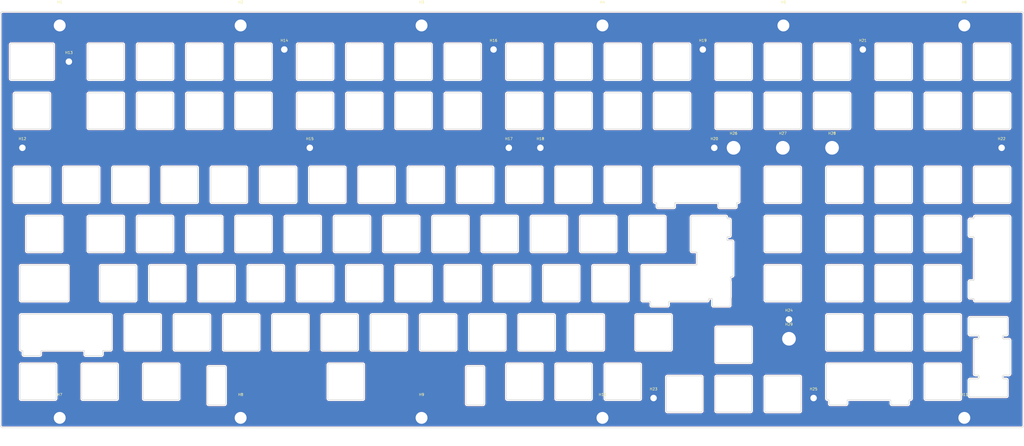
<source format=kicad_pcb>
(kicad_pcb (version 20200724) (host pcbnew "(5.99.0-2536-ga146cd9e2-dirty)")
  (layers (0 "F.Cu" signal) (31 "B.Cu" signal) (34 "B.Paste" user) (35 "F.Paste" user) (36 "B.SilkS" user) (37 "F.SilkS" user) (38 "B.Mask" user) (39 "F.Mask" user) (44 "Edge.Cuts" user))
  (net 0 "")
  (net 1 "Mounting-hole")
  (module "acheronHardware:PEM-KF2-M3-ET_(solder-in)" (layer "F.Cu") (at 93 157.2)
    (fp_text reference "H8" (at 0 -9 unlocked) (layer "F.SilkS"))
    (fp_text value "MountingHole_Pad")
    (pad "1" thru_hole oval (at 0 0) (size 10 6.5) (drill 4.6) (layers *.Cu *.Mask) (net 1 "Mounting-hole"))
  )
  (module "acheronHardware:PEM-KF2-M3-ET_(solder-in)" (layer "F.Cu") (at 373 5.375)
    (fp_text reference "H6" (at 0 -9 unlocked) (layer "F.SilkS"))
    (fp_text value "MountingHole_Pad")
    (pad "1" thru_hole oval (at 0 0) (size 10 6.5) (drill 4.6) (layers *.Cu *.Mask) (net 1 "Mounting-hole"))
  )
  (module "MountingHole:MountingHole_2.5mm_Pad" (layer "F.Cu") (at 276.2623 52.7125)
    (fp_text reference "H20" (at 0 -3.5) (layer "F.SilkS"))
    (fp_text value "MountingHole_Pad")
    (pad "1" thru_hole circle (at 0 0) (size 5 5) (drill 2.5) (layers *.Cu *.Mask) (net 1 "Mounting-hole"))
  )
  (module "acheronHardware:PEM-KF2-M3-ET_(solder-in)" (layer "F.Cu") (at 373 157.2)
    (fp_text reference "H11" (at 0 -9 unlocked) (layer "F.SilkS"))
    (fp_text value "MountingHole_Pad")
    (pad "1" thru_hole oval (at 0 0) (size 10 6.5) (drill 4.6) (layers *.Cu *.Mask) (net 1 "Mounting-hole"))
  )
  (module "acheronHardware:PEM-KF2-M3-ET_(solder-in)" (layer "F.Cu") (at 233 157.2)
    (fp_text reference "H10" (at 0 -9 unlocked) (layer "F.SilkS"))
    (fp_text value "MountingHole_Pad")
    (pad "1" thru_hole oval (at 0 0) (size 10 6.5) (drill 4.6) (layers *.Cu *.Mask) (net 1 "Mounting-hole"))
  )
  (module "MountingHole:MountingHole_5.3mm_M5_DIN965_Pad" (layer "F.Cu") (at 283.7255 52.7125)
    (fp_text reference "H26" (at 0 -5.6) (layer "F.SilkS"))
    (fp_text value "MountingHole_Pad")
    (pad "1" thru_hole circle (at 0 0) (size 9.2 9.2) (drill 5.3) (layers *.Cu *.Mask) (net 1 "Mounting-hole"))
  )
  (module "MountingHole:MountingHole_5.3mm_M5_DIN965_Pad" (layer "F.Cu") (at 321.8255 52.7125)
    (fp_text reference "H28" (at 0 -5.6) (layer "F.SilkS"))
    (fp_text value "MountingHole_Pad")
    (pad "1" thru_hole circle (at 0 0) (size 9.2 9.2) (drill 5.3) (layers *.Cu *.Mask) (net 1 "Mounting-hole"))
  )
  (module "MountingHole:MountingHole_2.5mm_Pad" (layer "F.Cu") (at 109.89425 14.675)
    (fp_text reference "H14" (at 0 -3.5) (layer "F.SilkS"))
    (fp_text value "MountingHole_Pad")
    (pad "1" thru_hole circle (at 0 0) (size 5 5) (drill 2.5) (layers *.Cu *.Mask) (net 1 "Mounting-hole"))
  )
  (module "acheronHardware:PEM-KF2-M3-ET_(solder-in)" (layer "F.Cu") (at 233 5.375)
    (fp_text reference "H4" (at 0 -9 unlocked) (layer "F.SilkS"))
    (fp_text value "MountingHole_Pad")
    (pad "1" thru_hole oval (at 0 0) (size 10 6.5) (drill 4.6) (layers *.Cu *.Mask) (net 1 "Mounting-hole"))
  )
  (module "acheronHardware:PEM-KF2-M3-ET_(solder-in)" (layer "F.Cu") (at 23 5.375)
    (fp_text reference "H1" (at 0 -9 unlocked) (layer "F.SilkS"))
    (fp_text value "MountingHole_Pad")
    (pad "1" thru_hole oval (at 0 0) (size 10 6.5) (drill 4.6) (layers *.Cu *.Mask) (net 1 "Mounting-hole"))
  )
  (module "MountingHole:MountingHole_2.5mm_Pad" (layer "F.Cu") (at 333.73175 14.675)
    (fp_text reference "H21" (at 0 -3.5) (layer "F.SilkS"))
    (fp_text value "MountingHole_Pad")
    (pad "1" thru_hole circle (at 0 0) (size 5 5) (drill 2.5) (layers *.Cu *.Mask) (net 1 "Mounting-hole"))
  )
  (module "MountingHole:MountingHole_2.5mm_Pad" (layer "F.Cu") (at 305.157 119.1)
    (fp_text reference "H24" (at 0 -3.5) (layer "F.SilkS"))
    (fp_text value "MountingHole_Pad")
    (pad "1" thru_hole circle (at 0 0) (size 5 5) (drill 2.5) (layers *.Cu *.Mask) (net 1 "Mounting-hole"))
  )
  (module "MountingHole:MountingHole_2.5mm_Pad" (layer "F.Cu") (at 190.85675 14.675)
    (fp_text reference "H16" (at 0 -3.5) (layer "F.SilkS"))
    (fp_text value "MountingHole_Pad")
    (pad "1" thru_hole circle (at 0 0) (size 5 5) (drill 2.5) (layers *.Cu *.Mask) (net 1 "Mounting-hole"))
  )
  (module "acheronHardware:PEM-KF2-M3-ET_(solder-in)" (layer "F.Cu") (at 23 157.2)
    (fp_text reference "H7" (at 0 -9 unlocked) (layer "F.SilkS"))
    (fp_text value "MountingHole_Pad")
    (pad "1" thru_hole oval (at 0 0) (size 10 6.5) (drill 4.6) (layers *.Cu *.Mask) (net 1 "Mounting-hole"))
  )
  (module "MountingHole:MountingHole_2.5mm_Pad" (layer "F.Cu") (at 208.963 52.7125)
    (fp_text reference "H18" (at 0 -3.5) (layer "F.SilkS"))
    (fp_text value "MountingHole_Pad")
    (pad "1" thru_hole circle (at 0 0) (size 5 5) (drill 2.5) (layers *.Cu *.Mask) (net 1 "Mounting-hole"))
  )
  (module "MountingHole:MountingHole_2.5mm_Pad" (layer "F.Cu") (at 119.763 52.7125)
    (fp_text reference "H15" (at 0 -3.5) (layer "F.SilkS"))
    (fp_text value "MountingHole_Pad")
    (pad "1" thru_hole circle (at 0 0) (size 5 5) (drill 2.5) (layers *.Cu *.Mask) (net 1 "Mounting-hole"))
  )
  (module "acheronHardware:PEM-KF2-M3-ET_(solder-in)" (layer "F.Cu") (at 163 5.375)
    (fp_text reference "H3" (at 0 -9 unlocked) (layer "F.SilkS"))
    (fp_text value "MountingHole_Pad")
    (pad "1" thru_hole oval (at 0 0) (size 10 6.5) (drill 4.6) (layers *.Cu *.Mask) (net 1 "Mounting-hole"))
  )
  (module "MountingHole:MountingHole_2.5mm_Pad" (layer "F.Cu") (at 26.5505 19.375)
    (fp_text reference "H13" (at 0 -3.5) (layer "F.SilkS"))
    (fp_text value "MountingHole_Pad")
    (pad "1" thru_hole circle (at 0 0) (size 5 5) (drill 2.5) (layers *.Cu *.Mask) (net 1 "Mounting-hole"))
  )
  (module "MountingHole:MountingHole_2.5mm_Pad" (layer "F.Cu") (at 196.7623 52.7125)
    (fp_text reference "H17" (at 0 -3.5) (layer "F.SilkS"))
    (fp_text value "MountingHole_Pad")
    (pad "1" thru_hole circle (at 0 0) (size 5 5) (drill 2.5) (layers *.Cu *.Mask) (net 1 "Mounting-hole"))
  )
  (module "MountingHole:MountingHole_5.3mm_M5_DIN965_Pad" (layer "F.Cu") (at 305.157 126.6)
    (fp_text reference "H29" (at 0 -5.6) (layer "F.SilkS"))
    (fp_text value "MountingHole_Pad")
    (pad "1" thru_hole circle (at 0 0) (size 9.2 9.2) (drill 5.3) (layers *.Cu *.Mask) (net 1 "Mounting-hole"))
  )
  (module "MountingHole:MountingHole_2.5mm_Pad" (layer "F.Cu") (at 314.68175 149.531112)
    (fp_text reference "H25" (at 0 -3.5) (layer "F.SilkS"))
    (fp_text value "MountingHole_Pad")
    (pad "1" thru_hole circle (at 0 0) (size 5 5) (drill 2.5) (layers *.Cu *.Mask) (net 1 "Mounting-hole"))
  )
  (module "MountingHole:MountingHole_2.5mm_Pad" (layer "F.Cu") (at 271.81925 14.675)
    (fp_text reference "H19" (at 0 -3.5) (layer "F.SilkS"))
    (fp_text value "MountingHole_Pad")
    (pad "1" thru_hole circle (at 0 0) (size 5 5) (drill 2.5) (layers *.Cu *.Mask) (net 1 "Mounting-hole"))
  )
  (module "MountingHole:MountingHole_5.3mm_M5_DIN965_Pad" (layer "F.Cu") (at 302.7755 52.7125)
    (fp_text reference "H27" (at 0 -5.6) (layer "F.SilkS"))
    (fp_text value "MountingHole_Pad")
    (pad "1" thru_hole circle (at 0 0) (size 9.2 9.2) (drill 5.3) (layers *.Cu *.Mask) (net 1 "Mounting-hole"))
  )
  (module "acheronHardware:PEM-KF2-M3-ET_(solder-in)" (layer "F.Cu") (at 93 5.375)
    (fp_text reference "H2" (at 0 -9 unlocked) (layer "F.SilkS"))
    (fp_text value "MountingHole_Pad")
    (pad "1" thru_hole oval (at 0 0) (size 10 6.5) (drill 4.6) (layers *.Cu *.Mask) (net 1 "Mounting-hole"))
  )
  (module "MountingHole:MountingHole_2.5mm_Pad" (layer "F.Cu") (at 8.563 52.7125)
    (fp_text reference "H12" (at 0 -3.5) (layer "F.SilkS"))
    (fp_text value "MountingHole_Pad")
    (pad "1" thru_hole circle (at 0 0) (size 5 5) (drill 2.5) (layers *.Cu *.Mask) (net 1 "Mounting-hole"))
  )
  (module "MountingHole:MountingHole_2.5mm_Pad" (layer "F.Cu") (at 252.76925 149.531112)
    (fp_text reference "H23" (at 0 -3.5) (layer "F.SilkS"))
    (fp_text value "MountingHole_Pad")
    (pad "1" thru_hole circle (at 0 0) (size 5 5) (drill 2.5) (layers *.Cu *.Mask) (net 1 "Mounting-hole"))
  )
  (module "MountingHole:MountingHole_2.5mm_Pad" (layer "F.Cu") (at 387.437 52.7125)
    (fp_text reference "H22" (at 0 -3.5) (layer "F.SilkS"))
    (fp_text value "MountingHole_Pad")
    (pad "1" thru_hole circle (at 0 0) (size 5 5) (drill 2.5) (layers *.Cu *.Mask) (net 1 "Mounting-hole"))
  )
  (module "acheronHardware:PEM-KF2-M3-ET_(solder-in)" (layer "F.Cu") (at 303 5.375)
    (fp_text reference "H5" (at 0 -9 unlocked) (layer "F.SilkS"))
    (fp_text value "MountingHole_Pad")
    (pad "1" thru_hole oval (at 0 0) (size 10 6.5) (drill 4.6) (layers *.Cu *.Mask) (net 1 "Mounting-hole"))
  )
  (module "acheronHardware:PEM-KF2-M3-ET_(solder-in)" (layer "F.Cu") (at 163 157.2)
    (fp_text reference "H9" (at 0 -9 unlocked) (layer "F.SilkS"))
    (fp_text value "MountingHole_Pad")
    (pad "1" thru_hole oval (at 0 0) (size 10 6.5) (drill 4.6) (layers *.Cu *.Mask) (net 1 "Mounting-hole"))
  )
  (gr_arc (start 282.081749 110.513) (end 282.494749 110.794835) (angle -34.30999269) (layer "Edge.Cuts") (width 0.2))
  (gr_arc (start 352.137999 44.925001) (end 352.137999 45.425001) (angle -90) (layer "Edge.Cuts") (width 0.2))
  (gr_arc (start 123.537999 79.55) (end 124.037999 79.55) (angle -90) (layer "Edge.Cuts") (width 0.2))
  (gr_line (start 69.269249 149.7) (end 69.269249 136.7) (layer "Edge.Cuts") (width 0.2))
  (gr_line (start 185.450499 12.375001) (end 172.450499 12.375001) (layer "Edge.Cuts") (width 0.2))
  (gr_arc (start 94.962999 73.5) (end 94.962999 74) (angle -90) (layer "Edge.Cuts") (width 0.2))
  (gr_line (start 76.700499 98.6) (end 76.700499 111.6) (layer "Edge.Cuts") (width 0.2))
  (gr_arc (start 266.412999 44.925001) (end 266.412999 45.425001) (angle -90) (layer "Edge.Cuts") (width 0.2))
  (gr_line (start 276.725499 31.925001) (end 276.725499 44.925001) (layer "Edge.Cuts") (width 0.2))
  (gr_arc (start 320.087999 117.65) (end 320.087999 117.15) (angle -90) (layer "Edge.Cuts") (width 0.2))
  (gr_line (start 31.956749 150.2) (end 44.956749 150.2) (layer "Edge.Cuts") (width 0.2))
  (gr_line (start 152.900499 31.925001) (end 152.900499 44.925001) (layer "Edge.Cuts") (width 0.2))
  (gr_line (start 100.225499 130.65) (end 100.225499 117.65) (layer "Edge.Cuts") (width 0.2))
  (gr_arc (start 72.437999 31.925001) (end 72.437999 31.425001) (angle -90) (layer "Edge.Cuts") (width 0.2))
  (gr_arc (start 339.137999 130.65) (end 338.637999 130.65) (angle -90) (layer "Edge.Cuts") (width 0.2))
  (gr_arc (start 85.437999 31.925001) (end 85.937999 31.925001) (angle -90) (layer "Edge.Cuts") (width 0.2))
  (gr_arc (start 114.012999 60.500001) (end 114.512999 60.500001) (angle -90) (layer "Edge.Cuts") (width 0.2))
  (gr_arc (start 209.262999 25.875001) (end 209.262999 26.375001) (angle -90) (layer "Edge.Cuts") (width 0.2))
  (gr_line (start 176.712999 60.500001) (end 176.712999 73.5) (layer "Edge.Cuts") (width 0.2))
  (gr_arc (start 186.706749 137.7) (end 187.206749 137.7) (angle -90) (layer "Edge.Cuts") (width 0.2))
  (gr_line (start 104.987999 92.55) (end 104.987999 79.55) (layer "Edge.Cuts") (width 0.2))
  (gr_line (start 52.887999 79.55) (end 52.887999 92.55) (layer "Edge.Cuts") (width 0.2))
  (gr_line (start 3.763 12.875) (end 3.763 25.875) (layer "Edge.Cuts") (width 0.2))
  (gr_line (start 247.862999 149.7) (end 247.862999 136.7) (layer "Edge.Cuts") (width 0.2))
  (gr_line (start 91.487999 93.05) (end 104.487999 93.05) (layer "Edge.Cuts") (width 0.2))
  (gr_line (start 309.775499 25.875001) (end 309.775499 12.875001) (layer "Edge.Cuts") (width 0.2))
  (gr_arc (start 351.850999 150.5) (end 351.850999 150.2) (angle -90) (layer "Edge.Cuts") (width 0.2))
  (gr_line (start 133.850499 98.6) (end 133.850499 111.6) (layer "Edge.Cuts") (width 0.2))
  (gr_arc (start 375.237999 86.637) (end 374.737999 86.637) (angle -90) (layer "Edge.Cuts") (width 0.2))
  (gr_arc (start 234.362999 12.875001) (end 234.362999 12.375001) (angle -90) (layer "Edge.Cuts") (width 0.2))
  (gr_line (start 148.137999 79.55) (end 148.137999 92.55) (layer "Edge.Cuts") (width 0.2))
  (gr_line (start 327.674999 151.7) (end 327.674999 150.5) (layer "Edge.Cuts") (width 0.2))
  (gr_line (start 86.225499 117.65) (end 86.225499 130.65) (layer "Edge.Cuts") (width 0.2))
  (gr_arc (start 390.237999 25.875001) (end 390.237999 26.375001) (angle -90) (layer "Edge.Cuts") (width 0.2))
  (gr_line (start 319.587999 98.6) (end 319.587999 111.6) (layer "Edge.Cuts") (width 0.2))
  (gr_arc (start 18.762998 31.925001) (end 19.262998 31.925001) (angle -90) (layer "Edge.Cuts") (width 0.2))
  (gr_line (start 271.175499 140.9625) (end 258.175499 140.9625) (layer "Edge.Cuts") (width 0.2))
  (gr_arc (start 339.137999 60.500001) (end 339.137999 60.000001) (angle -90) (layer "Edge.Cuts") (width 0.2))
  (gr_arc (start 172.450499 111.6) (end 171.950499 111.6) (angle -90) (layer "Edge.Cuts") (width 0.2))
  (gr_line (start 309.775499 111.6) (end 309.775499 98.6) (layer "Edge.Cuts") (width 0.2))
  (gr_arc (start 282.081749 80.637) (end 282.581749 80.637) (angle -90) (layer "Edge.Cuts") (width 0.2))
  (gr_arc (start 37.812999 73.5) (end 37.812999 74) (angle -90) (layer "Edge.Cuts") (width 0.2))
  (gr_arc (start 91.487999 79.55) (end 91.487999 79.05) (angle -90) (layer "Edge.Cuts") (width 0.2))
  (gr_arc (start 215.312999 12.875001) (end 215.312999 12.375001) (angle -90) (layer "Edge.Cuts") (width 0.2))
  (gr_line (start 277.225499 26.375001) (end 290.225499 26.375001) (layer "Edge.Cuts") (width 0.2))
  (gr_arc (start 58.150499 98.6) (end 58.150499 98.1) (angle -90) (layer "Edge.Cuts") (width 0.2))
  (gr_arc (start 23.525499 79.55) (end 24.025499 79.55) (angle -90) (layer "Edge.Cuts") (width 0.2))
  (gr_arc (start 16.031249 131.45) (end 16.031249 131.15) (angle -90) (layer "Edge.Cuts") (width 0.2))
  (gr_line (start 201.025499 131.15) (end 214.025499 131.15) (layer "Edge.Cuts") (width 0.2))
  (gr_arc (start 91.487999 25.875001) (end 90.987999 25.875001) (angle -90) (layer "Edge.Cuts") (width 0.2))
  (gr_arc (start 128.300499 98.6) (end 128.800499 98.6) (angle -90) (layer "Edge.Cuts") (width 0.2))
  (gr_arc (start 375.237999 104.513) (end 375.237999 104.013) (angle -90) (layer "Edge.Cuts") (width 0.2))
  (gr_line (start 133.062999 60.000001) (end 120.062999 60.000001) (layer "Edge.Cuts") (width 0.2))
  (gr_line (start 376.737999 127.175) (end 376.737999 140.175) (layer "Edge.Cuts") (width 0.2))
  (gr_line (start 37.812999 60.000001) (end 24.812999 60.000001) (layer "Edge.Cuts") (width 0.2))
  (gr_line (start 171.162999 60.000001) (end 158.162999 60.000001) (layer "Edge.Cuts") (width 0.2))
  (gr_line (start 134.350499 112.1) (end 147.350499 112.1) (layer "Edge.Cuts") (width 0.2))
  (gr_line (start 171.950499 31.925001) (end 171.950499 44.925001) (layer "Edge.Cuts") (width 0.2))
  (gr_line (start 8.14425 131.15) (end 8.43125 131.15) (layer "Edge.Cuts") (width 0.2))
  (gr_line (start 115.300499 45.425001) (end 128.300499 45.425001) (layer "Edge.Cuts") (width 0.2))
  (gr_line (start 371.687999 44.925001) (end 371.687999 31.925001) (layer "Edge.Cuts") (width 0.2))
  (gr_line (start 71.937999 12.875001) (end 71.937999 25.875001) (layer "Edge.Cuts") (width 0.2))
  (gr_arc (start 153.400499 98.6) (end 153.400499 98.1) (angle -90) (layer "Edge.Cuts") (width 0.2))
  (gr_line (start 229.100499 98.6) (end 229.100499 111.6) (layer "Edge.Cuts") (width 0.2))
  (gr_line (start 269.281749 98.1) (end 248.650499 98.1) (layer "Edge.Cuts") (width 0.2))
  (gr_arc (start 258.175499 154.4625) (end 257.675499 154.4625) (angle -90) (layer "Edge.Cuts") (width 0.2))
  (gr_arc (start 339.137999 31.925001) (end 339.137999 31.425001) (angle -90) (layer "Edge.Cuts") (width 0.2))
  (gr_line (start 269.581749 93.35) (end 269.581749 97.8) (layer "Edge.Cuts") (width 0.2))
  (gr_arc (start 77.200499 111.6) (end 76.700499 111.6) (angle -90) (layer "Edge.Cuts") (width 0.2))
  (gr_line (start 66.387999 12.375001) (end 53.387999 12.375001) (layer "Edge.Cuts") (width 0.2))
  (gr_arc (start 352.137999 111.6) (end 352.137999 112.1) (angle -90) (layer "Edge.Cuts") (width 0.2))
  (gr_line (start 319.587999 136.7) (end 319.587999 149.7) (layer "Edge.Cuts") (width 0.2))
  (gr_arc (start 375.237999 80.637) (end 375.237999 80.137) (angle -90) (layer "Edge.Cuts") (width 0.2))
  (gr_line (start 186.237999 79.55) (end 186.237999 92.55) (layer "Edge.Cuts") (width 0.2))
  (gr_line (start 180.687999 79.05) (end 167.687999 79.05) (layer "Edge.Cuts") (width 0.2))
  (gr_arc (start 273.556749 111.6) (end 273.556749 112.1) (angle -90) (layer "Edge.Cuts") (width 0.2))
  (gr_arc (start 191.500499 111.6) (end 191.000499 111.6) (angle -90) (layer "Edge.Cuts") (width 0.2))
  (gr_line (start 147.850499 111.6) (end 147.850499 98.6) (layer "Edge.Cuts") (width 0.2))
  (gr_arc (start 80.675499 130.65) (end 80.675499 131.15) (angle -90) (layer "Edge.Cuts") (width 0.2))
  (gr_arc (start 171.162999 60.500001) (end 171.662999 60.500001) (angle -90) (layer "Edge.Cuts") (width 0.2))
  (gr_line (start 247.362999 136.2) (end 234.362999 136.2) (layer "Edge.Cuts") (width 0.2))
  (gr_line (start 10.5255 93.049999) (end 23.525499 93.05) (layer "Edge.Cuts") (width 0.2))
  (gr_line (start 20.262999 12.375) (end 4.263 12.375) (layer "Edge.Cuts") (width 0.2))
  (gr_line (start 296.275499 93.05) (end 309.275499 93.05) (layer "Edge.Cuts") (width 0.2))
  (gr_line (start 195.475499 130.65) (end 195.475499 117.65) (layer "Edge.Cuts") (width 0.2))
  (gr_arc (start 18.762999 73.499999) (end 18.762999 73.999999) (angle -90) (layer "Edge.Cuts") (width 0.2))
  (gr_line (start 24.025499 92.55) (end 24.025499 79.55) (layer "Edge.Cuts") (width 0.2))
  (gr_arc (start 8.14425 136.7) (end 8.14425 136.199999) (angle -90) (layer "Edge.Cuts") (width 0.2))
  (gr_line (start 67.175499 117.65) (end 67.175499 130.65) (layer "Edge.Cuts") (width 0.2))
  (gr_line (start 62.125499 130.65) (end 62.125499 117.65) (layer "Edge.Cuts") (width 0.2))
  (gr_line (start 390.237999 126.675) (end 388.237999 126.675) (layer "Edge.Cuts") (width 0.2))
  (gr_arc (start 290.225499 25.875001) (end 290.225499 26.375001) (angle -90) (layer "Edge.Cuts") (width 0.2))
  (gr_line (start 375.237999 125.237) (end 378.237999 125.237) (layer "Edge.Cuts") (width 0.2))
  (gr_arc (start 253.412999 73.5) (end 252.912999 73.5) (angle -90) (layer "Edge.Cuts") (width 0.2))
  (gr_line (start 339.137999 74) (end 352.137999 74) (layer "Edge.Cuts") (width 0.2))
  (gr_arc (start 320.374999 150.5) (end 320.674999 150.5) (angle -90) (layer "Edge.Cuts") (width 0.2))
  (gr_arc (start 320.087999 130.65) (end 319.587999 130.65) (angle -90) (layer "Edge.Cuts") (width 0.2))
  (gr_line (start 320.087999 112.1) (end 333.087999 112.1) (layer "Edge.Cuts") (width 0.2))
  (gr_arc (start 118.775499 130.65) (end 118.775499 131.15) (angle -90) (layer "Edge.Cuts") (width 0.2))
  (gr_arc (start 247.362999 25.875001) (end 247.362999 26.375001) (angle -90) (layer "Edge.Cuts") (width 0.2))
  (gr_line (start 166.400499 12.375001) (end 153.400499 12.375001) (layer "Edge.Cuts") (width 0.2))
  (gr_arc (start 378.237999 141.175) (end 378.737999 141.175) (angle -90) (layer "Edge.Cuts") (width 0.2))
  (gr_line (start 296.275499 74) (end 309.275499 74) (layer "Edge.Cuts") (width 0.2))
  (gr_arc (start 142.587999 92.55) (end 142.587999 93.05) (angle -90) (layer "Edge.Cuts") (width 0.2))
  (gr_arc (start 186.706749 151.7) (end 186.706749 152.2) (angle -90) (layer "Edge.Cuts") (width 0.2))
  (gr_arc (start 115.300499 12.875001) (end 115.300499 12.375001) (angle -90) (layer "Edge.Cuts") (width 0.2))
  (gr_line (start 185.950499 25.875001) (end 185.950499 12.875001) (layer "Edge.Cuts") (width 0.2))
  (gr_line (start 147.350499 98.1) (end 134.350499 98.1) (layer "Edge.Cuts") (width 0.2))
  (gr_arc (start 252.118749 113.6) (end 251.618749 113.6) (angle -90) (layer "Edge.Cuts") (width 0.2))
  (gr_line (start 66.887999 44.925001) (end 66.887999 31.925001) (layer "Edge.Cuts") (width 0.2))
  (gr_line (start 284.875999 75.5) (end 284.875999 74) (layer "Edge.Cuts") (width 0.2))
  (gr_arc (start 258.118749 113.6) (end 258.118749 114.1) (angle -90) (layer "Edge.Cuts") (width 0.2))
  (gr_arc (start 205.787999 79.55) (end 205.787999 79.05) (angle -90) (layer "Edge.Cuts") (width 0.2))
  (gr_line (start 282.081749 80.137) (end 281.500499 80.137) (layer "Edge.Cuts") (width 0.2))
  (gr_arc (start 290.225499 122.4125) (end 290.725499 122.4125) (angle -90) (layer "Edge.Cuts") (width 0.2))
  (gr_line (start 233.575499 130.65) (end 233.575499 117.65) (layer "Edge.Cuts") (width 0.2))
  (gr_arc (start 201.025499 130.65) (end 200.525499 130.65) (angle -90) (layer "Edge.Cuts") (width 0.2))
  (gr_arc (start 86.725499 117.65) (end 86.725499 117.15) (angle -90) (layer "Edge.Cuts") (width 0.2))
  (gr_line (start 194.975499 117.15) (end 181.975499 117.15) (layer "Edge.Cuts") (width 0.2))
  (gr_arc (start 390.237999 79.55) (end 390.737999 79.55) (angle -90) (layer "Edge.Cuts") (width 0.2))
  (gr_line (start 219.575499 117.65) (end 219.575499 130.65) (layer "Edge.Cuts") (width 0.2))
  (gr_line (start 72.437999 26.375001) (end 85.437999 26.375001) (layer "Edge.Cuts") (width 0.2))
  (gr_arc (start 388.237999 126.175) (end 387.737999 126.175) (angle -90) (layer "Edge.Cuts") (width 0.2))
  (gr_arc (start 10.5255 79.549999) (end 10.5255 79.049999) (angle -90) (layer "Edge.Cuts") (width 0.2))
  (gr_line (start 52.100499 98.1) (end 39.100499 98.1) (layer "Edge.Cuts") (width 0.2))
  (gr_arc (start 139.112999 60.500001) (end 139.112999 60.000001) (angle -90) (layer "Edge.Cuts") (width 0.2))
  (gr_line (start 124.825499 131.15) (end 137.825499 131.15) (layer "Edge.Cuts") (width 0.2))
  (gr_line (start 309.775499 154.4625) (end 309.775499 141.4625) (layer "Edge.Cuts") (width 0.2))
  (gr_arc (start 375.237999 110.513) (end 374.737999 110.513) (angle -90) (layer "Edge.Cuts") (width 0.2))
  (gr_line (start 87.206749 151.7) (end 87.206749 137.7) (layer "Edge.Cuts") (width 0.2))
  (gr_arc (start 320.087999 92.55) (end 319.587999 92.55) (angle -90) (layer "Edge.Cuts") (width 0.2))
  (gr_line (start 128.800499 25.875001) (end 128.800499 12.875001) (layer "Edge.Cuts") (width 0.2))
  (gr_arc (start 274.356749 111.313) (end 274.356749 111.013) (angle -90) (layer "Edge.Cuts") (width 0.2))
  (gr_line (start 214.812999 60.500001) (end 214.812999 73.5) (layer "Edge.Cuts") (width 0.2))
  (gr_arc (start 129.587999 79.55) (end 129.587999 79.05) (angle -90) (layer "Edge.Cuts") (width 0.2))
  (gr_arc (start 185.450499 31.925001) (end 185.950499 31.925001) (angle -90) (layer "Edge.Cuts") (width 0.2))
  (gr_arc (start 215.312999 149.7) (end 214.812999 149.7) (angle -90) (layer "Edge.Cuts") (width 0.2))
  (gr_line (start 128.300499 98.1) (end 115.300499 98.1) (layer "Edge.Cuts") (width 0.2))
  (gr_arc (start 33.107249 132.65) (end 32.607249 132.65) (angle -90) (layer "Edge.Cuts") (width 0.2))
  (gr_arc (start 269.281749 93.35) (end 269.581749 93.35) (angle -90) (layer "Edge.Cuts") (width 0.2))
  (gr_line (start 100.512999 60.500001) (end 100.512999 73.5) (layer "Edge.Cuts") (width 0.2))
  (gr_line (start 128.800499 44.925001) (end 128.800499 31.925001) (layer "Edge.Cuts") (width 0.2))
  (gr_line (start 56.862999 60.000001) (end 43.862999 60.000001) (layer "Edge.Cuts") (width 0.2))
  (gr_line (start 24.312999 60.500001) (end 24.312999 73.5) (layer "Edge.Cuts") (width 0.2))
  (gr_arc (start 147.350499 44.925001) (end 147.350499 45.425001) (angle -90) (layer "Edge.Cuts") (width 0.2))
  (gr_line (start 358.187999 26.375001) (end 371.187999 26.375001) (layer "Edge.Cuts") (width 0.2))
  (gr_line (start 195.762999 136.7) (end 195.762999 149.7) (layer "Edge.Cuts") (width 0.2))
  (gr_arc (start 196.262999 12.875001) (end 196.262999 12.375001) (angle -90) (layer "Edge.Cuts") (width 0.2))
  (gr_arc (start 71.150499 98.6) (end 71.650499 98.6) (angle -90) (layer "Edge.Cuts") (width 0.2))
  (gr_line (start 16.031249 131.15) (end 32.307249 131.15) (layer "Edge.Cuts") (width 0.2))
  (gr_line (start 44.956749 136.2) (end 31.956749 136.2) (layer "Edge.Cuts") (width 0.2))
  (gr_arc (start 352.137999 130.65) (end 352.137999 131.15) (angle -90) (layer "Edge.Cuts") (width 0.2))
  (gr_arc (start 18.762999 60.5) (end 19.262999 60.5) (angle -90) (layer "Edge.Cuts") (width 0.2))
  (gr_arc (start 86.725499 130.65) (end 86.225499 130.65) (angle -90) (layer "Edge.Cuts") (width 0.2))
  (gr_arc (start 344.250999 150.5) (end 344.550999 150.5) (angle -90) (layer "Edge.Cuts") (width 0.2))
  (gr_arc (start 389.237999 148.613) (end 389.237999 149.113) (angle -90) (layer "Edge.Cuts") (width 0.2))
  (gr_arc (start 290.225499 154.4625) (end 290.225499 154.9625) (angle -90) (layer "Edge.Cuts") (width 0.2))
  (gr_arc (start 77.200499 98.6) (end 77.200499 98.1) (angle -90) (layer "Edge.Cuts") (width 0.2))
  (gr_line (start 5.263 31.925001) (end 5.263 44.925001) (layer "Edge.Cuts") (width 0.2))
  (gr_line (start 371.187999 12.375001) (end 358.187999 12.375001) (layer "Edge.Cuts") (width 0.2))
  (gr_line (start 158.162999 74) (end 171.162999 74) (layer "Edge.Cuts") (width 0.2))
  (gr_line (start 376.737999 60.500001) (end 376.737999 73.5) (layer "Edge.Cuts") (width 0.2))
  (gr_line (start 377.237999 112.1) (end 390.237999 112.1) (layer "Edge.Cuts") (width 0.2))
  (gr_arc (start 377.237999 60.500001) (end 377.237999 60.000001) (angle -90) (layer "Edge.Cuts") (width 0.2))
  (gr_line (start 260.999999 75.5) (end 260.999999 74) (layer "Edge.Cuts") (width 0.2))
  (gr_line (start 377.237999 74) (end 390.237999 74) (layer "Edge.Cuts") (width 0.2))
  (gr_arc (start 8.43125 131.45) (end 8.73125 131.45) (angle -90) (layer "Edge.Cuts") (width 0.2))
  (gr_arc (start 320.087999 79.55) (end 320.087999 79.05) (angle -90) (layer "Edge.Cuts") (width 0.2))
  (gr_arc (start 196.262999 44.925001) (end 195.762999 44.925001) (angle -90) (layer "Edge.Cuts") (width 0.2))
  (gr_line (start 376.737999 12.875001) (end 376.737999 25.875001) (layer "Edge.Cuts") (width 0.2))
  (gr_arc (start 358.187999 79.55) (end 358.187999 79.05) (angle -90) (layer "Edge.Cuts") (width 0.2))
  (gr_arc (start 134.350499 12.875001) (end 134.350499 12.375001) (angle -90) (layer "Edge.Cuts") (width 0.2))
  (gr_arc (start 296.275499 141.4625) (end 296.275499 140.9625) (angle -90) (layer "Edge.Cuts") (width 0.2))
  (gr_line (start 260.999999 74) (end 277.875999 74) (layer "Edge.Cuts") (width 0.2))
  (gr_arc (start 56.862999 73.5) (end 56.862999 74) (angle -90) (layer "Edge.Cuts") (width 0.2))
  (gr_line (start 228.312999 12.375001) (end 215.312999 12.375001) (layer "Edge.Cuts") (width 0.2))
  (gr_line (start 247.862999 44.925001) (end 247.862999 31.925001) (layer "Edge.Cuts") (width 0.2))
  (gr_line (start 290.225499 140.9625) (end 277.225499 140.9625) (layer "Edge.Cuts") (width 0.2))
  (gr_line (start 309.775499 92.55) (end 309.775499 79.55) (layer "Edge.Cuts") (width 0.2))
  (gr_line (start 309.275499 140.9625) (end 296.275499 140.9625) (layer "Edge.Cuts") (width 0.2))
  (gr_arc (start 215.312999 136.7) (end 215.312999 136.2) (angle -90) (layer "Edge.Cuts") (width 0.2))
  (gr_line (start 38.600499 98.6) (end 38.600499 111.6) (layer "Edge.Cuts") (width 0.2))
  (gr_line (start 339.137999 93.05) (end 352.137999 93.05) (layer "Edge.Cuts") (width 0.2))
  (gr_arc (start 285.462999 60.500001) (end 285.962999 60.500001) (angle -90) (layer "Edge.Cuts") (width 0.2))
  (gr_line (start 390.237999 60.000001) (end 377.237999 60.000001) (layer "Edge.Cuts") (width 0.2))
  (gr_arc (start 253.412999 60.500001) (end 253.412999 60.000001) (angle -90) (layer "Edge.Cuts") (width 0.2))
  (gr_line (start 91.487999 45.425001) (end 104.487999 45.425001) (layer "Edge.Cuts") (width 0.2))
  (gr_arc (start 376.437999 111.313) (end 376.737999 111.313) (angle -90) (layer "Edge.Cuts") (width 0.2))
  (gr_arc (start 377.237999 44.925001) (end 376.737999 44.925001) (angle -90) (layer "Edge.Cuts") (width 0.2))
  (gr_line (start 259.269249 117.15) (end 246.269249 117.15) (layer "Edge.Cuts") (width 0.2))
  (gr_arc (start 147.350499 12.875001) (end 147.850499 12.875001) (angle -90) (layer "Edge.Cuts") (width 0.2))
  (gr_arc (start 371.187999 117.65) (end 371.687999 117.65) (angle -90) (layer "Edge.Cuts") (width 0.2))
  (gr_line (start 209.262999 12.375001) (end 196.262999 12.375001) (layer "Edge.Cuts") (width 0.2))
  (gr_arc (start 128.300499 44.925001) (end 128.300499 45.425001) (angle -90) (layer "Edge.Cuts") (width 0.2))
  (gr_arc (start 134.350499 111.6) (end 133.850499 111.6) (angle -90) (layer "Edge.Cuts") (width 0.2))
  (gr_line (start 309.275499 79.05) (end 296.275499 79.05) (layer "Edge.Cuts") (width 0.2))
  (gr_line (start 339.137999 112.1) (end 352.137999 112.1) (layer "Edge.Cuts") (width 0.2))
  (gr_line (start 53.387999 26.375001) (end 66.387999 26.375001) (layer "Edge.Cuts") (width 0.2))
  (gr_line (start 143.375499 117.65) (end 143.375499 130.65) (layer "Edge.Cuts") (width 0.2))
  (gr_line (start 123.537999 79.05) (end 110.537999 79.05) (layer "Edge.Cuts") (width 0.2))
  (gr_line (start 333.087999 60.000001) (end 320.087999 60.000001) (layer "Edge.Cuts") (width 0.2))
  (gr_arc (start 185.450499 98.6) (end 185.950499 98.6) (angle -90) (layer "Edge.Cuts") (width 0.2))
  (gr_arc (start 253.412999 12.875001) (end 253.412999 12.375001) (angle -90) (layer "Edge.Cuts") (width 0.2))
  (gr_arc (start 320.087999 60.500001) (end 320.087999 60.000001) (angle -90) (layer "Edge.Cuts") (width 0.2))
  (gr_line (start 62.912999 74) (end 75.912999 74) (layer "Edge.Cuts") (width 0.2))
  (gr_arc (start 281.500499 79.837) (end 281.200499 79.837) (angle -90) (layer "Edge.Cuts") (width 0.2))
  (gr_arc (start 215.312999 44.925001) (end 214.812999 44.925001) (angle -90) (layer "Edge.Cuts") (width 0.2))
  (gr_line (start 187.206749 151.7) (end 187.206749 137.7) (layer "Edge.Cuts") (width 0.2))
  (gr_line (start 339.137999 131.15) (end 352.137999 131.15) (layer "Edge.Cuts") (width 0.2))
  (gr_line (start 234.362999 45.425001) (end 247.362999 45.425001) (layer "Edge.Cuts") (width 0.2))
  (gr_line (start 196.262999 150.2) (end 209.262999 150.2) (layer "Edge.Cuts") (width 0.2))
  (gr_line (start 114.512999 73.5) (end 114.512999 60.500001) (layer "Edge.Cuts") (width 0.2))
  (gr_arc (start 172.450499 25.875001) (end 171.950499 25.875001) (angle -90) (layer "Edge.Cuts") (width 0.2))
  (gr_line (start 333.587999 73.5) (end 333.587999 60.500001) (layer "Edge.Cuts") (width 0.2))
  (gr_line (start 266.412999 31.425001) (end 253.412999 31.425001) (layer "Edge.Cuts") (width 0.2))
  (gr_arc (start 352.137999 60.500001) (end 352.637999 60.500001) (angle -90) (layer "Edge.Cuts") (width 0.2))
  (gr_arc (start 68.769249 136.7) (end 69.269249 136.7) (angle -90) (layer "Edge.Cuts") (width 0.2))
  (gr_arc (start 23.525499 92.55) (end 23.525499 93.05) (angle -90) (layer "Edge.Cuts") (width 0.2))
  (gr_arc (start 62.912999 73.5) (end 62.412999 73.5) (angle -90) (layer "Edge.Cuts") (width 0.2))
  (gr_line (start 284.875999 74) (end 285.462999 74) (layer "Edge.Cuts") (width 0.2))
  (gr_arc (start 237.837999 79.55) (end 238.337999 79.55) (angle -90) (layer "Edge.Cuts") (width 0.2))
  (gr_arc (start 53.387999 92.55) (end 52.887999 92.55) (angle -90) (layer "Edge.Cuts") (width 0.2))
  (gr_line (start 283.081749 88.575) (end 281.500499 88.575) (layer "Edge.Cuts") (width 0.2))
  (gr_line (start 371.687999 25.875001) (end 371.687999 12.875001) (layer "Edge.Cuts") (width 0.2))
  (gr_line (start 143.087999 92.55) (end 143.087999 79.55) (layer "Edge.Cuts") (width 0.2))
  (gr_line (start 247.362999 60.000001) (end 234.362999 60.000001) (layer "Edge.Cuts") (width 0.2))
  (gr_line (start 377.237999 45.425001) (end 390.237999 45.425001) (layer "Edge.Cuts") (width 0.2))
  (gr_arc (start 237.837999 92.55) (end 237.837999 93.05) (angle -90) (layer "Edge.Cuts") (width 0.2))
  (gr_arc (start 260.499999 75.5) (end 260.499999 76) (angle -90) (layer "Edge.Cuts") (width 0.2))
  (gr_line (start 185.950499 44.925001) (end 185.950499 31.925001) (layer "Edge.Cuts") (width 0.2))
  (gr_line (start 162.925499 131.15) (end 175.925499 131.15) (layer "Edge.Cuts") (width 0.2))
  (gr_line (start 394.999999 160.999999) (end 1 160.999999) (layer "Edge.Cuts") (width 0.2))
  (gr_line (start 119.562999 60.500001) (end 119.562999 73.5) (layer "Edge.Cuts") (width 0.2))
  (gr_line (start 104.487999 31.425001) (end 91.487999 31.425001) (layer "Edge.Cuts") (width 0.2))
  (gr_arc (start 358.187999 136.7) (end 358.187999 136.2) (angle -90) (layer "Edge.Cuts") (width 0.2))
  (gr_line (start 7.64425 117.65) (end 7.64425 130.65) (layer "Edge.Cuts") (width 0.2))
  (gr_line (start 253.412999 45.425001) (end 266.412999 45.425001) (layer "Edge.Cuts") (width 0.2))
  (gr_line (start 228.812999 25.875001) (end 228.812999 12.875001) (layer "Edge.Cuts") (width 0.2))
  (gr_line (start 351.550999 151.7) (end 351.550999 150.5) (layer "Edge.Cuts") (width 0.2))
  (gr_line (start 39.907249 131.15) (end 42.575499 131.15) (layer "Edge.Cuts") (width 0.2))
  (gr_line (start 66.887999 92.55) (end 66.887999 79.55) (layer "Edge.Cuts") (width 0.2))
  (gr_arc (start 91.487999 44.925001) (end 90.987999 44.925001) (angle -90) (layer "Edge.Cuts") (width 0.2))
  (gr_arc (start 378.237999 126.175) (end 378.237999 126.675) (angle -90) (layer "Edge.Cuts") (width 0.2))
  (gr_arc (start 52.100499 111.6) (end 52.100499 112.1) (angle -90) (layer "Edge.Cuts") (width 0.2))
  (gr_arc (start 143.875499 117.65) (end 143.875499 117.15) (angle -90) (layer "Edge.Cuts") (width 0.2))
  (gr_arc (start 172.450499 98.6) (end 172.450499 98.1) (angle -90) (layer "Edge.Cuts") (width 0.2))
  (gr_line (start 358.187999 45.425001) (end 371.187999 45.425001) (layer "Edge.Cuts") (width 0.2))
  (gr_line (start 371.687999 73.5) (end 371.687999 60.500001) (layer "Edge.Cuts") (width 0.2))
  (gr_arc (start 66.387999 12.875001) (end 66.887999 12.875001) (angle -90) (layer "Edge.Cuts") (width 0.2))
  (gr_arc (start 390.237999 60.500001) (end 390.737999 60.500001) (angle -90) (layer "Edge.Cuts") (width 0.2))
  (gr_line (start 33.107249 133.15) (end 39.107249 133.15) (layer "Edge.Cuts") (width 0.2))
  (gr_arc (start 390.237999 73.5) (end 390.237999 74) (angle -90) (layer "Edge.Cuts") (width 0.2))
  (gr_arc (start 172.450499 12.875001) (end 172.450499 12.375001) (angle -90) (layer "Edge.Cuts") (width 0.2))
  (gr_line (start 48.125499 117.65) (end 48.125499 130.65) (layer "Edge.Cuts") (width 0.2))
  (gr_line (start 357.687999 60.500001) (end 357.687999 73.5) (layer "Edge.Cuts") (width 0.2))
  (gr_arc (start 34.337999 92.55) (end 33.837999 92.55) (angle -90) (layer "Edge.Cuts") (width 0.2))
  (gr_arc (start 39.107249 132.65) (end 39.107249 133.15) (angle -90) (layer "Edge.Cuts") (width 0.2))
  (gr_line (start 34.337999 93.05) (end 47.337999 93.05) (layer "Edge.Cuts") (width 0.2))
  (gr_arc (start 61.625499 130.65) (end 61.625499 131.15) (angle -90) (layer "Edge.Cuts") (width 0.2))
  (gr_line (start 219.287999 92.55) (end 219.287999 79.55) (layer "Edge.Cuts") (width 0.2))
  (gr_arc (start 152.112999 73.5) (end 152.112999 74) (angle -90) (layer "Edge.Cuts") (width 0.2))
  (gr_line (start 8.73125 131.45) (end 8.73125 132.65) (layer "Edge.Cuts") (width 0.2))
  (gr_line (start 47.837999 92.55) (end 47.837999 79.55) (layer "Edge.Cuts") (width 0.2))
  (gr_line (start 138.612999 60.500001) (end 138.612999 73.5) (layer "Edge.Cuts") (width 0.2))
  (gr_arc (start 175.925499 130.65) (end 175.925499 131.15) (angle -90) (layer "Edge.Cuts") (width 0.2))
  (gr_arc (start 8.14425 111.6) (end 7.64425 111.6) (angle -90) (layer "Edge.Cuts") (width 0.2))
  (gr_line (start 276.725499 122.4125) (end 276.725499 135.4125) (layer "Edge.Cuts") (width 0.2))
  (gr_arc (start 24.812999 60.500001) (end 24.812999 60.000001) (angle -90) (layer "Edge.Cuts") (width 0.2))
  (gr_line (start 371.187999 79.05) (end 358.187999 79.05) (layer "Edge.Cuts") (width 0.2))
  (gr_line (start 205.000499 111.6) (end 205.000499 98.6) (layer "Edge.Cuts") (width 0.2))
  (gr_arc (start 124.825499 117.65) (end 124.825499 117.15) (angle -90) (layer "Edge.Cuts") (width 0.2))
  (gr_line (start 234.362999 26.375001) (end 247.362999 26.375001) (layer "Edge.Cuts") (width 0.2))
  (gr_arc (start 251.318749 112.4) (end 251.618749 112.4) (angle -90) (layer "Edge.Cuts") (width 0.2))
  (gr_arc (start 104.487999 31.925001) (end 104.987999 31.925001) (angle -90) (layer "Edge.Cuts") (width 0.2))
  (gr_line (start 94.962999 60.000001) (end 81.962999 60.000001) (layer "Edge.Cuts") (width 0.2))
  (gr_arc (start 220.075499 130.65) (end 219.575499 130.65) (angle -90) (layer "Edge.Cuts") (width 0.2))
  (gr_arc (start 267.700499 79.55) (end 267.700499 79.05) (angle -90) (layer "Edge.Cuts") (width 0.2))
  (gr_line (start 282.581749 86.637) (end 282.581749 80.637) (layer "Edge.Cuts") (width 0.2))
  (gr_line (start 228.312999 60.000001) (end 215.312999 60.000001) (layer "Edge.Cuts") (width 0.2))
  (gr_line (start 101.012999 74) (end 114.012999 74) (layer "Edge.Cuts") (width 0.2))
  (gr_arc (start 31.956749 149.7) (end 31.456749 149.7) (angle -90) (layer "Edge.Cuts") (width 0.2))
  (gr_arc (start 91.487999 31.925001) (end 91.487999 31.425001) (angle -90) (layer "Edge.Cuts") (width 0.2))
  (gr_arc (start 55.769249 136.7) (end 55.769249 136.2) (angle -90) (layer "Edge.Cuts") (width 0.2))
  (gr_arc (start 9.23125 132.65) (end 8.73125 132.65) (angle -90) (layer "Edge.Cuts") (width 0.2))
  (gr_line (start 251.618749 112.4) (end 251.618749 113.6) (layer "Edge.Cuts") (width 0.2))
  (gr_line (start 371.187999 60.000001) (end 358.187999 60.000001) (layer "Edge.Cuts") (width 0.2))
  (gr_line (start 358.187999 112.1) (end 371.187999 112.1) (layer "Edge.Cuts") (width 0.2))
  (gr_line (start 53.387999 45.425001) (end 66.387999 45.425001) (layer "Edge.Cuts") (width 0.2))
  (gr_line (start 9.23125 133.15) (end 15.231249 133.15) (layer "Edge.Cuts") (width 0.2))
  (gr_arc (start 309.275499 154.4625) (end 309.275499 154.9625) (angle -90) (layer "Edge.Cuts") (width 0.2))
  (gr_line (start 167.687999 93.05) (end 180.687999 93.05) (layer "Edge.Cuts") (width 0.2))
  (gr_arc (start 282.081749 104.513) (end 282.581749 104.513) (angle -34.30999269) (layer "Edge.Cuts") (width 0.2))
  (gr_arc (start 128.300499 111.6) (end 128.300499 112.1) (angle -90) (layer "Edge.Cuts") (width 0.2))
  (gr_line (start 209.762999 25.875001) (end 209.762999 12.875001) (layer "Edge.Cuts") (width 0.2))
  (gr_line (start 315.325499 26.375001) (end 328.325499 26.375001) (layer "Edge.Cuts") (width 0.2))
  (gr_line (start 129.087999 79.55) (end 129.087999 92.55) (layer "Edge.Cuts") (width 0.2))
  (gr_arc (start 358.187999 130.65) (end 357.687999 130.65) (angle -90) (layer "Edge.Cuts") (width 0.2))
  (gr_line (start 47.337999 31.425001) (end 34.337999 31.425001) (layer "Edge.Cuts") (width 0.2))
  (gr_arc (start 66.387999 25.875001) (end 66.387999 26.375001) (angle -90) (layer "Edge.Cuts") (width 0.2))
  (gr_arc (start 47.337999 92.55) (end 47.337999 93.05) (angle -90) (layer "Edge.Cuts") (width 0.2))
  (gr_line (start 357.687999 98.6) (end 357.687999 111.6) (layer "Edge.Cuts") (width 0.2))
  (gr_line (start 166.400499 98.1) (end 153.400499 98.1) (layer "Edge.Cuts") (width 0.2))
  (gr_arc (start 127.206749 149.7) (end 126.706749 149.7) (angle -90) (layer "Edge.Cuts") (width 0.2))
  (gr_arc (start 166.400499 111.6) (end 166.400499 112.1) (angle -90) (layer "Edge.Cuts") (width 0.2))
  (gr_line (start 357.687999 136.7) (end 357.687999 149.7) (layer "Edge.Cuts") (width 0.2))
  (gr_line (start 224.837999 93.05) (end 237.837999 93.05) (layer "Edge.Cuts") (width 0.2))
  (gr_line (start 85.937999 25.875001) (end 85.937999 12.875001) (layer "Edge.Cuts") (width 0.2))
  (gr_line (start 109.250499 98.1) (end 96.250499 98.1) (layer "Edge.Cuts") (width 0.2))
  (gr_arc (start 377.237999 79.55) (end 377.237999 79.05) (angle -90) (layer "Edge.Cuts") (width 0.2))
  (gr_arc (start 196.262999 25.875001) (end 195.762999 25.875001) (angle -90) (layer "Edge.Cuts") (width 0.2))
  (gr_line (start 140.206749 136.2) (end 127.206749 136.2) (layer "Edge.Cuts") (width 0.2))
  (gr_line (start 234.362999 150.2) (end 247.362999 150.2) (layer "Edge.Cuts") (width 0.2))
  (gr_line (start 47.837999 44.925001) (end 47.837999 31.925001) (layer "Edge.Cuts") (width 0.2))
  (gr_arc (start 32.307249 131.45) (end 32.607249 131.45) (angle -90) (layer "Edge.Cuts") (width 0.2))
  (gr_arc (start 352.137999 73.5) (end 352.137999 74) (angle -90) (layer "Edge.Cuts") (width 0.2))
  (gr_line (start 290.225499 121.9125) (end 277.225499 121.9125) (layer "Edge.Cuts") (width 0.2))
  (gr_arc (start 71.150499 111.6) (end 71.150499 112.1) (angle -90) (layer "Edge.Cuts") (width 0.2))
  (gr_line (start 140.706749 149.7) (end 140.706749 136.7) (layer "Edge.Cuts") (width 0.2))
  (gr_arc (start 296.275499 60.500001) (end 296.275499 60.000001) (angle -90) (layer "Edge.Cuts") (width 0.2))
  (gr_line (start 157.662999 60.500001) (end 157.662999 73.5) (layer "Edge.Cuts") (width 0.2))
  (gr_line (start 162.425499 117.65) (end 162.425499 130.65) (layer "Edge.Cuts") (width 0.2))
  (gr_line (start 378.737999 141.175) (end 378.737999 141.613) (layer "Edge.Cuts") (width 0.2))
  (gr_line (start 152.900499 12.875001) (end 152.900499 25.875001) (layer "Edge.Cuts") (width 0.2))
  (gr_arc (start 142.587999 79.55) (end 143.087999 79.55) (angle -90) (layer "Edge.Cuts") (width 0.2))
  (gr_arc (start 390.237999 44.925001) (end 390.237999 45.425001) (angle -90) (layer "Edge.Cuts") (width 0.2))
  (gr_arc (start 20.262999 25.875) (end 20.262999 26.375) (angle -90) (layer "Edge.Cuts") (width 0.2))
  (gr_arc (start 282.081749 86.637) (end 282.081749 87.137) (angle -90) (layer "Edge.Cuts") (width 0.2))
  (gr_line (start 209.762999 44.925001) (end 209.762999 31.925001) (layer "Edge.Cuts") (width 0.2))
  (gr_line (start 266.912999 44.925001) (end 266.912999 31.925001) (layer "Edge.Cuts") (width 0.2))
  (gr_arc (start 228.312999 25.875001) (end 228.312999 26.375001) (angle -90) (layer "Edge.Cuts") (width 0.2))
  (gr_arc (start 296.275499 31.925001) (end 296.275499 31.425001) (angle -90) (layer "Edge.Cuts") (width 0.2))
  (gr_arc (start 43.862999 60.500001) (end 43.862999 60.000001) (angle -90) (layer "Edge.Cuts") (width 0.2))
  (gr_line (start 390.737999 44.925001) (end 390.737999 31.925001) (layer "Edge.Cuts") (width 0.2))
  (gr_arc (start 196.262999 31.925001) (end 196.262999 31.425001) (angle -90) (layer "Edge.Cuts") (width 0.2))
  (gr_arc (start 72.437999 44.925001) (end 71.937999 44.925001) (angle -90) (layer "Edge.Cuts") (width 0.2))
  (gr_arc (start 21.144249 136.7) (end 21.644249 136.7) (angle -90) (layer "Edge.Cuts") (width 0.2))
  (gr_arc (start 296.275499 12.875001) (end 296.275499 12.375001) (angle -90) (layer "Edge.Cuts") (width 0.2))
  (gr_line (start 7.64425 98.6) (end 7.64425 111.6) (layer "Edge.Cuts") (width 0.2))
  (gr_arc (start 358.187999 31.925001) (end 358.187999 31.425001) (angle -90) (layer "Edge.Cuts") (width 0.2))
  (gr_arc (start 247.362999 60.500001) (end 247.862999 60.500001) (angle -90) (layer "Edge.Cuts") (width 0.2))
  (gr_line (start 147.850499 44.925001) (end 147.850499 31.925001) (layer "Edge.Cuts") (width 0.2))
  (gr_line (start 104.487999 12.375001) (end 91.487999 12.375001) (layer "Edge.Cuts") (width 0.2))
  (gr_line (start 233.862999 136.7) (end 233.862999 149.7) (layer "Edge.Cuts") (width 0.2))
  (gr_arc (start 8.14425 149.7) (end 7.64425 149.7) (angle -90) (layer "Edge.Cuts") (width 0.2))
  (gr_arc (start 104.487999 44.925001) (end 104.487999 45.425001) (angle -90) (layer "Edge.Cuts") (width 0.2))
  (gr_line (start 210.050499 98.6) (end 210.050499 111.6) (layer "Edge.Cuts") (width 0.2))
  (gr_line (start 351.850999 150.2) (end 352.137999 150.2) (layer "Edge.Cuts") (width 0.2))
  (gr_line (start 283.581749 102.075) (end 283.581749 89.075) (layer "Edge.Cuts") (width 0.2))
  (gr_line (start 320.087999 93.05) (end 333.087999 93.05) (layer "Edge.Cuts") (width 0.2))
  (gr_arc (start 196.262999 60.500001) (end 196.262999 60.000001) (angle -90) (layer "Edge.Cuts") (width 0.2))
  (gr_line (start 345.050999 152.2) (end 351.050999 152.2) (layer "Edge.Cuts") (width 0.2))
  (gr_arc (start 181.975499 117.65) (end 181.975499 117.15) (angle -90) (layer "Edge.Cuts") (width 0.2))
  (gr_line (start 166.900499 25.875001) (end 166.900499 12.875001) (layer "Edge.Cuts") (width 0.2))
  (gr_line (start 127.206749 150.2) (end 140.206749 150.2) (layer "Edge.Cuts") (width 0.2))
  (gr_arc (start 256.887999 79.55) (end 257.387999 79.55) (angle -90) (layer "Edge.Cuts") (width 0.2))
  (gr_arc (start 47.337999 44.925001) (end 47.337999 45.425001) (angle -90) (layer "Edge.Cuts") (width 0.2))
  (gr_line (start 33.837999 12.875001) (end 33.837999 25.875001) (layer "Edge.Cuts") (width 0.2))
  (gr_arc (start 128.300499 12.875001) (end 128.800499 12.875001) (angle -90) (layer "Edge.Cuts") (width 0.2))
  (gr_line (start 55.769249 150.2) (end 68.769249 150.2) (layer "Edge.Cuts") (width 0.2))
  (gr_arc (start 67.675499 117.65) (end 67.675499 117.15) (angle -90) (layer "Edge.Cuts") (width 0.2))
  (gr_line (start 253.412999 74) (end 253.999999 74) (layer "Edge.Cuts") (width 0.2))
  (gr_line (start 80.706749 152.2) (end 86.706749 152.2) (layer "Edge.Cuts") (width 0.2))
  (gr_line (start 266.912999 25.875001) (end 266.912999 12.875001) (layer "Edge.Cuts") (width 0.2))
  (gr_line (start 45.456749 149.7) (end 45.456749 136.7) (layer "Edge.Cuts") (width 0.2))
  (gr_arc (start 320.087999 111.6) (end 319.587999 111.6) (angle -90) (layer "Edge.Cuts") (width 0.2))
  (gr_arc (start 196.262999 136.7) (end 196.262999 136.2) (angle -90) (layer "Edge.Cuts") (width 0.2))
  (gr_arc (start 281.500499 87.437) (end 281.500499 87.137) (angle -90) (layer "Edge.Cuts") (width 0.2))
  (gr_arc (start 190.212999 60.500001) (end 190.712999 60.500001) (angle -90) (layer "Edge.Cuts") (width 0.2))
  (gr_arc (start 376.437999 87.437) (end 376.737999 87.437) (angle -90) (layer "Edge.Cuts") (width 0.2))
  (gr_arc (start 234.362999 136.7) (end 234.362999 136.2) (angle -90) (layer "Edge.Cuts") (width 0.2))
  (gr_arc (start 101.012999 60.500001) (end 101.012999 60.000001) (angle -90) (layer "Edge.Cuts") (width 0.2))
  (gr_line (start 338.637999 12.875001) (end 338.637999 25.875001) (layer "Edge.Cuts") (width 0.2))
  (gr_arc (start 309.275499 111.6) (end 309.275499 112.1) (angle -90) (layer "Edge.Cuts") (width 0.2))
  (gr_arc (start 375.237999 142.613) (end 375.237999 142.113) (angle -90) (layer "Edge.Cuts") (width 0.2))
  (gr_line (start 358.187999 93.05) (end 371.187999 93.05) (layer "Edge.Cuts") (width 0.2))
  (gr_line (start 47.337999 12.375001) (end 34.337999 12.375001) (layer "Edge.Cuts") (width 0.2))
  (gr_line (start 5.763 45.425001) (end 18.762998 45.425001) (layer "Edge.Cuts") (width 0.2))
  (gr_line (start 200.237999 92.55) (end 200.237999 79.55) (layer "Edge.Cuts") (width 0.2))
  (gr_line (start 181.975499 131.15) (end 194.975499 131.15) (layer "Edge.Cuts") (width 0.2))
  (gr_arc (start 242.600499 111.6) (end 242.600499 112.1) (angle -90) (layer "Edge.Cuts") (width 0.2))
  (gr_line (start 290.725499 154.4625) (end 290.725499 141.4625) (layer "Edge.Cuts") (width 0.2))
  (gr_line (start 282.581749 110.513) (end 282.581749 104.513) (layer "Edge.Cuts") (width 0.2))
  (gr_arc (start 214.025499 130.65) (end 214.025499 131.15) (angle -90) (layer "Edge.Cuts") (width 0.2))
  (gr_line (start 90.987999 31.925001) (end 90.987999 44.925001) (layer "Edge.Cuts") (width 0.2))
  (gr_arc (start 266.412999 25.875001) (end 266.412999 26.375001) (angle -90) (layer "Edge.Cuts") (width 0.2))
  (gr_arc (start 277.225499 122.4125) (end 277.225499 121.9125) (angle -90) (layer "Edge.Cuts") (width 0.2))
  (gr_line (start 214.812999 136.7) (end 214.812999 149.7) (layer "Edge.Cuts") (width 0.2))
  (gr_line (start 277.875999 74) (end 277.875999 75.5) (layer "Edge.Cuts") (width 0.2))
  (gr_arc (start 66.387999 44.925001) (end 66.387999 45.425001) (angle -90) (layer "Edge.Cuts") (width 0.2))
  (gr_arc (start 123.537999 92.55) (end 123.537999 93.05) (angle -90) (layer "Edge.Cuts") (width 0.2))
  (gr_line (start 156.875499 117.15) (end 143.875499 117.15) (layer "Edge.Cuts") (width 0.2))
  (gr_line (start 195.762999 31.925001) (end 195.762999 44.925001) (layer "Edge.Cuts") (width 0.2))
  (gr_arc (start 5.763 44.925001) (end 5.263 44.925001) (angle -90) (layer "Edge.Cuts") (width 0.2))
  (gr_line (start 245.769249 117.65) (end 245.769249 130.65) (layer "Edge.Cuts") (width 0.2))
  (gr_arc (start 172.450499 44.925001) (end 171.950499 44.925001) (angle -90) (layer "Edge.Cuts") (width 0.2))
  (gr_arc (start 196.262999 149.7) (end 195.762999 149.7) (angle -90) (layer "Edge.Cuts") (width 0.2))
  (gr_line (start 252.912999 60.500001) (end 252.912999 73.5) (layer "Edge.Cuts") (width 0.2))
  (gr_arc (start 209.262999 12.875001) (end 209.762999 12.875001) (angle -90) (layer "Edge.Cuts") (width 0.2))
  (gr_line (start 352.637999 92.55) (end 352.637999 79.55) (layer "Edge.Cuts") (width 0.2))
  (gr_line (start 34.337999 26.375001) (end 47.337999 26.375001) (layer "Edge.Cuts") (width 0.2))
  (gr_line (start 166.400499 31.425001) (end 153.400499 31.425001) (layer "Edge.Cuts") (width 0.2))
  (gr_arc (start 53.387999 12.875001) (end 53.387999 12.375001) (angle -90) (layer "Edge.Cuts") (width 0.2))
  (gr_arc (start 161.637999 92.55) (end 161.637999 93.05) (angle -90) (layer "Edge.Cuts") (width 0.2))
  (gr_arc (start 147.350499 25.875001) (end 147.350499 26.375001) (angle -90) (layer "Edge.Cuts") (width 0.2))
  (gr_arc (start 247.362999 73.5) (end 247.362999 74) (angle -90) (layer "Edge.Cuts") (width 0.2))
  (gr_line (start 387.737999 141.613) (end 387.737999 141.175) (layer "Edge.Cuts") (width 0.2))
  (gr_line (start 320.674999 150.5) (end 320.674999 151.7) (layer "Edge.Cuts") (width 0.2))
  (gr_line (start 90.987999 12.875001) (end 90.987999 25.875001) (layer "Edge.Cuts") (width 0.2))
  (gr_arc (start 345.050999 151.7) (end 344.550999 151.7) (angle -90) (layer "Edge.Cuts") (width 0.2))
  (gr_line (start 76.412999 73.5) (end 76.412999 60.500001) (layer "Edge.Cuts") (width 0.2))
  (gr_arc (start 282.794749 102.875) (end 282.794749 102.575) (angle -90) (layer "Edge.Cuts") (width 0.2))
  (gr_arc (start 21.144249 149.7) (end 21.144249 150.2) (angle -90) (layer "Edge.Cuts") (width 0.2))
  (gr_line (start 218.787999 79.05) (end 205.787999 79.05) (layer "Edge.Cuts") (width 0.2))
  (gr_arc (start 281.500499 88.275) (end 281.200499 88.275) (angle -90) (layer "Edge.Cuts") (width 0.2))
  (gr_arc (start 389.237999 124.737) (end 389.237999 125.237) (angle -90) (layer "Edge.Cuts") (width 0.2))
  (gr_line (start 214.525499 130.65) (end 214.525499 117.65) (layer "Edge.Cuts") (width 0.2))
  (gr_line (start 210.550499 112.1) (end 223.550499 112.1) (layer "Edge.Cuts") (width 0.2))
  (gr_line (start 338.637999 79.55) (end 338.637999 92.55) (layer "Edge.Cuts") (width 0.2))
  (gr_line (start 148.637999 93.05) (end 161.637999 93.05) (layer "Edge.Cuts") (width 0.2))
  (gr_arc (start 109.250499 111.6) (end 109.250499 112.1) (angle -90) (layer "Edge.Cuts") (width 0.2))
  (gr_line (start 352.137999 98.1) (end 339.137999 98.1) (layer "Edge.Cuts") (width 0.2))
  (gr_line (start 114.800499 98.6) (end 114.800499 111.6) (layer "Edge.Cuts") (width 0.2))
  (gr_arc (start 185.450499 111.6) (end 185.450499 112.1) (angle -90) (layer "Edge.Cuts") (width 0.2))
  (gr_arc (start 166.400499 44.925001) (end 166.400499 45.425001) (angle -90) (layer "Edge.Cuts") (width 0.2))
  (gr_arc (start 25.906749 98.6) (end 26.406749 98.6) (angle -90) (layer "Edge.Cuts") (width 0.2))
  (gr_line (start 96.250499 112.1) (end 109.250499 112.1) (layer "Edge.Cuts") (width 0.2))
  (gr_arc (start 1 159.999999) (end 0 159.999999) (angle -90) (layer "Edge.Cuts") (width 0.2))
  (gr_arc (start 296.275499 79.55) (end 296.275499 79.05) (angle -90) (layer "Edge.Cuts") (width 0.2))
  (gr_arc (start 234.362999 31.925001) (end 234.362999 31.425001) (angle -90) (layer "Edge.Cuts") (width 0.2))
  (gr_arc (start 228.312999 31.925001) (end 228.812999 31.925001) (angle -90) (layer "Edge.Cuts") (width 0.2))
  (gr_line (start 20.762999 25.875) (end 20.762999 12.875) (layer "Edge.Cuts") (width 0.2))
  (gr_line (start 374.737999 80.637) (end 374.737999 86.637) (layer "Edge.Cuts") (width 0.2))
  (gr_line (start 71.650499 111.6) (end 71.650499 98.6) (layer "Edge.Cuts") (width 0.2))
  (gr_line (start 314.825499 31.925001) (end 314.825499 44.925001) (layer "Edge.Cuts") (width 0.2))
  (gr_line (start 185.950499 111.6) (end 185.950499 98.6) (layer "Edge.Cuts") (width 0.2))
  (gr_arc (start 134.350499 44.925001) (end 133.850499 44.925001) (angle -90) (layer "Edge.Cuts") (width 0.2))
  (gr_line (start 320.087999 74) (end 333.087999 74) (layer "Edge.Cuts") (width 0.2))
  (gr_arc (start 339.137999 25.875001) (end 338.637999 25.875001) (angle -90) (layer "Edge.Cuts") (width 0.2))
  (gr_line (start 238.337999 92.55) (end 238.337999 79.55) (layer "Edge.Cuts") (width 0.2))
  (gr_line (start 220.075499 131.15) (end 233.075499 131.15) (layer "Edge.Cuts") (width 0.2))
  (gr_arc (start 352.137999 98.6) (end 352.637999 98.6) (angle -90) (layer "Edge.Cuts") (width 0.2))
  (gr_line (start 138.325499 130.65) (end 138.325499 117.65) (layer "Edge.Cuts") (width 0.2))
  (gr_arc (start 72.437999 12.875001) (end 72.437999 12.375001) (angle -90) (layer "Edge.Cuts") (width 0.2))
  (gr_line (start 258.175499 154.9625) (end 271.175499 154.9625) (layer "Edge.Cuts") (width 0.2))
  (gr_arc (start 147.350499 111.6) (end 147.350499 112.1) (angle -90) (layer "Edge.Cuts") (width 0.2))
  (gr_arc (start 120.062999 60.500001) (end 120.062999 60.000001) (angle -90) (layer "Edge.Cuts") (width 0.2))
  (gr_arc (start 39.100499 111.6) (end 38.600499 111.6) (angle -90) (layer "Edge.Cuts") (width 0.2))
  (gr_arc (start 153.400499 12.875001) (end 153.400499 12.375001) (angle -90) (layer "Edge.Cuts") (width 0.2))
  (gr_arc (start 284.375999 75.5) (end 284.375999 76) (angle -90) (layer "Edge.Cuts") (width 0.2))
  (gr_arc (start 234.362999 73.5) (end 233.862999 73.5) (angle -90) (layer "Edge.Cuts") (width 0.2))
  (gr_line (start 328.325499 31.425001) (end 315.325499 31.425001) (layer "Edge.Cuts") (width 0.2))
  (gr_line (start 191.000499 98.6) (end 191.000499 111.6) (layer "Edge.Cuts") (width 0.2))
  (gr_arc (start 48.625499 117.65) (end 48.625499 117.15) (angle -90) (layer "Edge.Cuts") (width 0.2))
  (gr_arc (start 80.706749 137.7) (end 80.706749 137.2) (angle -90) (layer "Edge.Cuts") (width 0.2))
  (gr_arc (start 296.275499 73.5) (end 295.775499 73.5) (angle -90) (layer "Edge.Cuts") (width 0.2))
  (gr_arc (start 90.200499 111.6) (end 90.200499 112.1) (angle -90) (layer "Edge.Cuts") (width 0.2))
  (gr_arc (start 105.775499 117.65) (end 105.775499 117.15) (angle -90) (layer "Edge.Cuts") (width 0.2))
  (gr_arc (start 171.162999 73.5) (end 171.162999 74) (angle -90) (layer "Edge.Cuts") (width 0.2))
  (gr_line (start 85.437999 79.05) (end 72.437999 79.05) (layer "Edge.Cuts") (width 0.2))
  (gr_arc (start 104.487999 25.875001) (end 104.487999 26.375001) (angle -90) (layer "Edge.Cuts") (width 0.2))
  (gr_line (start 258.918749 112.1) (end 273.556749 112.1) (layer "Edge.Cuts") (width 0.2))
  (gr_arc (start 4.263 12.875) (end 4.263 12.375) (angle -90) (layer "Edge.Cuts") (width 0.2))
  (gr_arc (start 234.362999 60.500001) (end 234.362999 60.000001) (angle -90) (layer "Edge.Cuts") (width 0.2))
  (gr_line (start 282.794749 102.575) (end 283.081749 102.575) (layer "Edge.Cuts") (width 0.2))
  (gr_line (start 34.337999 45.425001) (end 47.337999 45.425001) (layer "Edge.Cuts") (width 0.2))
  (gr_line (start 258.618749 113.6) (end 258.618749 112.4) (layer "Edge.Cuts") (width 0.2))
  (gr_arc (start 277.225499 12.875001) (end 277.225499 12.375001) (angle -90) (layer "Edge.Cuts") (width 0.2))
  (gr_arc (start 104.487999 79.55) (end 104.987999 79.55) (angle -90) (layer "Edge.Cuts") (width 0.2))
  (gr_arc (start 277.225499 154.4625) (end 276.725499 154.4625) (angle -90) (layer "Edge.Cuts") (width 0.2))
  (gr_arc (start 75.912999 60.500001) (end 76.412999 60.500001) (angle -90) (layer "Edge.Cuts") (width 0.2))
  (gr_line (start 215.312999 45.425001) (end 228.312999 45.425001) (layer "Edge.Cuts") (width 0.2))
  (gr_arc (start 53.387999 25.875001) (end 52.887999 25.875001) (angle -90) (layer "Edge.Cuts") (width 0.2))
  (gr_arc (start 185.450499 12.875001) (end 185.950499 12.875001) (angle -90) (layer "Edge.Cuts") (width 0.2))
  (gr_line (start 229.600499 112.1) (end 242.600499 112.1) (layer "Edge.Cuts") (width 0.2))
  (gr_arc (start 277.225499 44.925001) (end 276.725499 44.925001) (angle -90) (layer "Edge.Cuts") (width 0.2))
  (gr_arc (start 10.5255 92.549999) (end 10.0255 92.549999) (angle -90) (layer "Edge.Cuts") (width 0.2))
  (gr_line (start 390.737999 73.5) (end 390.737999 60.500001) (layer "Edge.Cuts") (width 0.2))
  (gr_line (start 195.762999 60.500001) (end 195.762999 73.5) (layer "Edge.Cuts") (width 0.2))
  (gr_arc (start 247.362999 12.875001) (end 247.862999 12.875001) (angle -90) (layer "Edge.Cuts") (width 0.2))
  (gr_line (start 53.387999 93.05) (end 66.387999 93.05) (layer "Edge.Cuts") (width 0.2))
  (gr_line (start 228.812999 149.7) (end 228.812999 136.7) (layer "Edge.Cuts") (width 0.2))
  (gr_arc (start 172.450499 31.925001) (end 172.450499 31.425001) (angle -90) (layer "Edge.Cuts") (width 0.2))
  (gr_line (start 52.600499 111.6) (end 52.600499 98.6) (layer "Edge.Cuts") (width 0.2))
  (gr_arc (start 105.775499 130.65) (end 105.275499 130.65) (angle -90) (layer "Edge.Cuts") (width 0.2))
  (gr_arc (start 234.362999 44.925001) (end 233.862999 44.925001) (angle -90) (layer "Edge.Cuts") (width 0.2))
  (gr_line (start 57.362999 73.5) (end 57.362999 60.500001) (layer "Edge.Cuts") (width 0.2))
  (gr_arc (start 209.262999 60.500001) (end 209.762999 60.500001) (angle -90) (layer "Edge.Cuts") (width 0.2))
  (gr_line (start 200.525499 117.65) (end 200.525499 130.65) (layer "Edge.Cuts") (width 0.2))
  (gr_line (start 319.587999 79.55) (end 319.587999 92.55) (layer "Edge.Cuts") (width 0.2))
  (gr_arc (start 180.687999 92.55) (end 180.687999 93.05) (angle -90) (layer "Edge.Cuts") (width 0.2))
  (gr_line (start 257.387999 92.55) (end 257.387999 79.55) (layer "Edge.Cuts") (width 0.2))
  (gr_arc (start 214.025499 117.65) (end 214.525499 117.65) (angle -90) (layer "Edge.Cuts") (width 0.2))
  (gr_line (start 126.706749 136.7) (end 126.706749 149.7) (layer "Edge.Cuts") (width 0.2))
  (gr_arc (start 224.837999 79.55) (end 224.837999 79.05) (angle -90) (layer "Edge.Cuts") (width 0.2))
  (gr_line (start 259.769249 130.65) (end 259.769249 117.65) (layer "Edge.Cuts") (width 0.2))
  (gr_arc (start 247.362999 136.7) (end 247.862999 136.7) (angle -90) (layer "Edge.Cuts") (width 0.2))
  (gr_line (start 281.500499 87.137) (end 282.081749 87.137) (layer "Edge.Cuts") (width 0.2))
  (gr_arc (start 96.250499 111.6) (end 95.750499 111.6) (angle -90) (layer "Edge.Cuts") (width 0.2))
  (gr_arc (start 80.675499 117.65) (end 81.175499 117.65) (angle -90) (layer "Edge.Cuts") (width 0.2))
  (gr_line (start 209.262999 31.425001) (end 196.262999 31.425001) (layer "Edge.Cuts") (width 0.2))
  (gr_line (start 157.375499 130.65) (end 157.375499 117.65) (layer "Edge.Cuts") (width 0.2))
  (gr_line (start 5.763 73.999999) (end 18.762999 73.999999) (layer "Edge.Cuts") (width 0.2))
  (gr_arc (start 224.837999 92.55) (end 224.337999 92.55) (angle -90) (layer "Edge.Cuts") (width 0.2))
  (gr_line (start 52.887999 31.925001) (end 52.887999 44.925001) (layer "Edge.Cuts") (width 0.2))
  (gr_line (start 105.275499 117.65) (end 105.275499 130.65) (layer "Edge.Cuts") (width 0.2))
  (gr_line (start 196.262999 74) (end 209.262999 74) (layer "Edge.Cuts") (width 0.2))
  (gr_line (start 242.600499 98.1) (end 229.600499 98.1) (layer "Edge.Cuts") (width 0.2))
  (gr_arc (start 390.237999 12.875001) (end 390.737999 12.875001) (angle -90) (layer "Edge.Cuts") (width 0.2))
  (gr_arc (start 104.487999 92.55) (end 104.487999 93.05) (angle -90) (layer "Edge.Cuts") (width 0.2))
  (gr_line (start 153.400499 45.425001) (end 166.400499 45.425001) (layer "Edge.Cuts") (width 0.2))
  (gr_line (start 295.775499 79.55) (end 295.775499 92.55) (layer "Edge.Cuts") (width 0.2))
  (gr_arc (start 388.237999 141.613) (end 387.737999 141.613) (angle -90) (layer "Edge.Cuts") (width 0.2))
  (gr_line (start 378.737999 125.737) (end 378.737999 126.175) (layer "Edge.Cuts") (width 0.2))
  (gr_arc (start 377.237999 111.6) (end 376.737999 111.6) (angle -90) (layer "Edge.Cuts") (width 0.2))
  (gr_arc (start 352.137999 79.55) (end 352.637999 79.55) (angle -90) (layer "Edge.Cuts") (width 0.2))
  (gr_arc (start 333.087999 98.6) (end 333.587999 98.6) (angle -90) (layer "Edge.Cuts") (width 0.2))
  (gr_arc (start 140.206749 136.7) (end 140.706749 136.7) (angle -90) (layer "Edge.Cuts") (width 0.2))
  (gr_arc (start 53.387999 79.55) (end 53.387999 79.05) (angle -90) (layer "Edge.Cuts") (width 0.2))
  (gr_arc (start 328.325499 44.925001) (end 328.325499 45.425001) (angle -90) (layer "Edge.Cuts") (width 0.2))
  (gr_line (start 209.762999 73.5) (end 209.762999 60.500001) (layer "Edge.Cuts") (width 0.2))
  (gr_arc (start 167.687999 92.55) (end 167.187999 92.55) (angle -90) (layer "Edge.Cuts") (width 0.2))
  (gr_arc (start 68.769249 149.7) (end 68.769249 150.2) (angle -90) (layer "Edge.Cuts") (width 0.2))
  (gr_line (start 277.225499 45.425001) (end 290.225499 45.425001) (layer "Edge.Cuts") (width 0.2))
  (gr_line (start 43.362999 60.500001) (end 43.362999 73.5) (layer "Edge.Cuts") (width 0.2))
  (gr_arc (start 259.269249 130.65) (end 259.269249 131.15) (angle -90) (layer "Edge.Cuts") (width 0.2))
  (gr_arc (start 275.194749 111.313) (end 275.494749 111.313) (angle -90) (layer "Edge.Cuts") (width 0.2))
  (gr_arc (start 156.875499 117.65) (end 157.375499 117.65) (angle -90) (layer "Edge.Cuts") (width 0.2))
  (gr_arc (start 218.787999 79.55) (end 219.287999 79.55) (angle -90) (layer "Edge.Cuts") (width 0.2))
  (gr_line (start 333.087999 79.05) (end 320.087999 79.05) (layer "Edge.Cuts") (width 0.2))
  (gr_arc (start 333.087999 79.55) (end 333.587999 79.55) (angle -90) (layer "Edge.Cuts") (width 0.2))
  (gr_line (start 352.637999 73.5) (end 352.637999 60.500001) (layer "Edge.Cuts") (width 0.2))
  (gr_arc (start 278.375999 75.5) (end 277.875999 75.5) (angle -90) (layer "Edge.Cuts") (width 0.2))
  (gr_arc (start 81.962999 60.500001) (end 81.962999 60.000001) (angle -90) (layer "Edge.Cuts") (width 0.2))
  (gr_arc (start 339.137999 117.65) (end 339.137999 117.15) (angle -90) (layer "Edge.Cuts") (width 0.2))
  (gr_line (start 95.750499 98.6) (end 95.750499 111.6) (layer "Edge.Cuts") (width 0.2))
  (gr_arc (start 328.325499 31.925001) (end 328.825499 31.925001) (angle -90) (layer "Edge.Cuts") (width 0.2))
  (gr_line (start 166.900499 111.6) (end 166.900499 98.6) (layer "Edge.Cuts") (width 0.2))
  (gr_line (start 377.237999 26.375001) (end 390.237999 26.375001) (layer "Edge.Cuts") (width 0.2))
  (gr_line (start 66.387999 31.425001) (end 53.387999 31.425001) (layer "Edge.Cuts") (width 0.2))
  (gr_arc (start 269.281749 97.8) (end 269.281749 98.1) (angle -90) (layer "Edge.Cuts") (width 0.2))
  (gr_arc (start 115.300499 44.925001) (end 114.800499 44.925001) (angle -90) (layer "Edge.Cuts") (width 0.2))
  (gr_arc (start 209.262999 31.925001) (end 209.762999 31.925001) (angle -90) (layer "Edge.Cuts") (width 0.2))
  (gr_arc (start 72.437999 25.875001) (end 71.937999 25.875001) (angle -90) (layer "Edge.Cuts") (width 0.2))
  (gr_arc (start 371.187999 92.55) (end 371.187999 93.05) (angle -90) (layer "Edge.Cuts") (width 0.2))
  (gr_line (start 147.850499 25.875001) (end 147.850499 12.875001) (layer "Edge.Cuts") (width 0.2))
  (gr_line (start 320.087999 131.15) (end 333.087999 131.15) (layer "Edge.Cuts") (width 0.2))
  (gr_line (start 31.456749 136.7) (end 31.456749 149.7) (layer "Edge.Cuts") (width 0.2))
  (gr_line (start 247.862999 73.5) (end 247.862999 60.500001) (layer "Edge.Cuts") (width 0.2))
  (gr_arc (start 137.825499 117.65) (end 138.325499 117.65) (angle -90) (layer "Edge.Cuts") (width 0.2))
  (gr_line (start 43.075499 130.65) (end 43.075499 117.65) (layer "Edge.Cuts") (width 0.2))
  (gr_line (start 352.137999 60.000001) (end 339.137999 60.000001) (layer "Edge.Cuts") (width 0.2))
  (gr_line (start 77.200499 112.1) (end 90.200499 112.1) (layer "Edge.Cuts") (width 0.2))
  (gr_arc (start 134.350499 31.925001) (end 134.350499 31.425001) (angle -90) (layer "Edge.Cuts") (width 0.2))
  (gr_line (start 190.212999 60.000001) (end 177.212999 60.000001) (layer "Edge.Cuts") (width 0.2))
  (gr_arc (start 8.14425 130.65) (end 7.64425 130.65) (angle -90) (layer "Edge.Cuts") (width 0.2))
  (gr_arc (start 271.175499 154.4625) (end 271.175499 154.9625) (angle -90) (layer "Edge.Cuts") (width 0.2))
  (gr_arc (start 39.100499 98.6) (end 39.100499 98.1) (angle -90) (layer "Edge.Cuts") (width 0.2))
  (gr_arc (start 254.499999 75.5) (end 253.999999 75.5) (angle -90) (layer "Edge.Cuts") (width 0.2))
  (gr_arc (start 358.187999 98.6) (end 358.187999 98.1) (angle -90) (layer "Edge.Cuts") (width 0.2))
  (gr_arc (start 390.237999 31.925001) (end 390.737999 31.925001) (angle -90) (layer "Edge.Cuts") (width 0.2))
  (gr_arc (start 18.762998 44.925001) (end 18.762998 45.425001) (angle -90) (layer "Edge.Cuts") (width 0.2))
  (gr_line (start 104.487999 79.05) (end 91.487999 79.05) (layer "Edge.Cuts") (width 0.2))
  (gr_arc (start 377.237999 25.875001) (end 376.737999 25.875001) (angle -90) (layer "Edge.Cuts") (width 0.2))
  (gr_arc (start 283.081749 102.075) (end 283.081749 102.575) (angle -90) (layer "Edge.Cuts") (width 0.2))
  (gr_arc (start 218.787999 92.55) (end 218.787999 93.05) (angle -90) (layer "Edge.Cuts") (width 0.2))
  (gr_line (start 309.275499 31.425001) (end 296.275499 31.425001) (layer "Edge.Cuts") (width 0.2))
  (gr_line (start 290.225499 12.375001) (end 277.225499 12.375001) (layer "Edge.Cuts") (width 0.2))
  (gr_line (start 66.887999 25.875001) (end 66.887999 12.875001) (layer "Edge.Cuts") (width 0.2))
  (gr_arc (start 110.537999 92.55) (end 110.037999 92.55) (angle -90) (layer "Edge.Cuts") (width 0.2))
  (gr_line (start 376.437999 80.137) (end 375.237999 80.137) (layer "Edge.Cuts") (width 0.2))
  (gr_line (start 390.237999 12.375001) (end 377.237999 12.375001) (layer "Edge.Cuts") (width 0.2))
  (gr_arc (start 339.137999 73.5) (end 338.637999 73.5) (angle -90) (layer "Edge.Cuts") (width 0.2))
  (gr_line (start 328.825499 44.925001) (end 328.825499 31.925001) (layer "Edge.Cuts") (width 0.2))
  (gr_line (start 10.0255 79.549999) (end 10.0255 92.549999) (layer "Edge.Cuts") (width 0.2))
  (gr_arc (start 285.462999 73.5) (end 285.462999 74) (angle -90) (layer "Edge.Cuts") (width 0.2))
  (gr_line (start 333.587999 92.55) (end 333.587999 79.55) (layer "Edge.Cuts") (width 0.2))
  (gr_line (start 8.14425 112.1) (end 25.906749 112.1) (layer "Edge.Cuts") (width 0.2))
  (gr_line (start 371.187999 31.425001) (end 358.187999 31.425001) (layer "Edge.Cuts") (width 0.2))
  (gr_arc (start 229.600499 111.6) (end 229.100499 111.6) (angle -90) (layer "Edge.Cuts") (width 0.2))
  (gr_arc (start 162.925499 117.65) (end 162.925499 117.15) (angle -90) (layer "Edge.Cuts") (width 0.2))
  (gr_line (start 171.662999 73.5) (end 171.662999 60.500001) (layer "Edge.Cuts") (width 0.2))
  (gr_line (start 152.900499 98.6) (end 152.900499 111.6) (layer "Edge.Cuts") (width 0.2))
  (gr_line (start 43.862999 74) (end 56.862999 74) (layer "Edge.Cuts") (width 0.2))
  (gr_line (start 276.725499 141.4625) (end 276.725499 154.4625) (layer "Edge.Cuts") (width 0.2))
  (gr_line (start 114.012999 60.000001) (end 101.012999 60.000001) (layer "Edge.Cuts") (width 0.2))
  (gr_line (start 186.706749 137.2) (end 180.706749 137.2) (layer "Edge.Cuts") (width 0.2))
  (gr_arc (start 104.487999 12.875001) (end 104.987999 12.875001) (angle -90) (layer "Edge.Cuts") (width 0.2))
  (gr_arc (start 152.112999 60.500001) (end 152.612999 60.500001) (angle -90) (layer "Edge.Cuts") (width 0.2))
  (gr_line (start 358.187999 150.2) (end 371.187999 150.2) (layer "Edge.Cuts") (width 0.2))
  (gr_line (start 91.487999 26.375001) (end 104.487999 26.375001) (layer "Edge.Cuts") (width 0.2))
  (gr_arc (start 56.862999 60.500001) (end 57.362999 60.500001) (angle -90) (layer "Edge.Cuts") (width 0.2))
  (gr_line (start 81.462999 60.500001) (end 81.462999 73.5) (layer "Edge.Cuts") (width 0.2))
  (gr_line (start 389.737999 124.737) (end 389.737999 118.737) (layer "Edge.Cuts") (width 0.2))
  (gr_line (start 338.637999 98.6) (end 338.637999 111.6) (layer "Edge.Cuts") (width 0.2))
  (gr_arc (start 109.250499 98.6) (end 109.750499 98.6) (angle -90) (layer "Edge.Cuts") (width 0.2))
  (gr_line (start 71.937999 79.55) (end 71.937999 92.55) (layer "Edge.Cuts") (width 0.2))
  (gr_arc (start 371.187999 12.875001) (end 371.687999 12.875001) (angle -90) (layer "Edge.Cuts") (width 0.2))
  (gr_arc (start 20.262999 12.875) (end 20.762999 12.875) (angle -90) (layer "Edge.Cuts") (width 0.2))
  (gr_line (start 371.687999 130.65) (end 371.687999 117.65) (layer "Edge.Cuts") (width 0.2))
  (gr_line (start 19.262999 73.499999) (end 19.262999 60.5) (layer "Edge.Cuts") (width 0.2))
  (gr_line (start 395.999999 1) (end 395.999999 159.999999) (layer "Edge.Cuts") (width 0.2))
  (gr_arc (start 201.025499 117.65) (end 201.025499 117.15) (angle -90) (layer "Edge.Cuts") (width 0.2))
  (gr_arc (start 86.706749 137.7) (end 87.206749 137.7) (angle -90) (layer "Edge.Cuts") (width 0.2))
  (gr_arc (start 24.812999 73.5) (end 24.312999 73.5) (angle -90) (layer "Edge.Cuts") (width 0.2))
  (gr_line (start 267.700499 93.05) (end 269.281749 93.05) (layer "Edge.Cuts") (width 0.2))
  (gr_arc (start 34.337999 44.925001) (end 33.837999 44.925001) (angle -90) (layer "Edge.Cuts") (width 0.2))
  (gr_line (start 224.050499 111.6) (end 224.050499 98.6) (layer "Edge.Cuts") (width 0.2))
  (gr_arc (start 99.725499 130.65) (end 99.725499 131.15) (angle -90) (layer "Edge.Cuts") (width 0.2))
  (gr_arc (start 15.231249 132.65) (end 15.231249 133.15) (angle -90) (layer "Edge.Cuts") (width 0.2))
  (gr_line (start 85.937999 92.55) (end 85.937999 79.55) (layer "Edge.Cuts") (width 0.2))
  (gr_line (start 21.144249 136.2) (end 8.14425 136.199999) (layer "Edge.Cuts") (width 0.2))
  (gr_line (start 124.037999 92.55) (end 124.037999 79.55) (layer "Edge.Cuts") (width 0.2))
  (gr_line (start 214.812999 31.925001) (end 214.812999 44.925001) (layer "Edge.Cuts") (width 0.2))
  (gr_line (start 389.237999 118.237) (end 375.237999 118.237) (layer "Edge.Cuts") (width 0.2))
  (gr_arc (start 43.862999 73.5) (end 43.362999 73.5) (angle -90) (layer "Edge.Cuts") (width 0.2))
  (gr_line (start 352.637999 130.65) (end 352.637999 117.65) (layer "Edge.Cuts") (width 0.2))
  (gr_arc (start 339.137999 92.55) (end 338.637999 92.55) (angle -90) (layer "Edge.Cuts") (width 0.2))
  (gr_arc (start 180.706749 137.7) (end 180.706749 137.2) (angle -90) (layer "Edge.Cuts") (width 0.2))
  (gr_arc (start 166.400499 25.875001) (end 166.400499 26.375001) (angle -90) (layer "Edge.Cuts") (width 0.2))
  (gr_arc (start 118.775499 117.65) (end 119.275499 117.65) (angle -90) (layer "Edge.Cuts") (width 0.2))
  (gr_line (start 371.687999 111.6) (end 371.687999 98.6) (layer "Edge.Cuts") (width 0.2))
  (gr_line (start 352.637999 149.7) (end 352.637999 136.7) (layer "Edge.Cuts") (width 0.2))
  (gr_arc (start 371.187999 60.500001) (end 371.687999 60.500001) (angle -90) (layer "Edge.Cuts") (width 0.2))
  (gr_line (start 328.325499 12.375001) (end 315.325499 12.375001) (layer "Edge.Cuts") (width 0.2))
  (gr_arc (start 309.275499 25.875001) (end 309.275499 26.375001) (angle -90) (layer "Edge.Cuts") (width 0.2))
  (gr_arc (start 185.450499 25.875001) (end 185.450499 26.375001) (angle -90) (layer "Edge.Cuts") (width 0.2))
  (gr_line (start 344.550999 150.5) (end 344.550999 151.7) (layer "Edge.Cuts") (width 0.2))
  (gr_line (start 21.644249 149.7) (end 21.644249 136.7) (layer "Edge.Cuts") (width 0.2))
  (gr_arc (start 81.962999 73.5) (end 81.462999 73.5) (angle -90) (layer "Edge.Cuts") (width 0.2))
  (gr_line (start 248.150499 98.6) (end 248.150499 111.6) (layer "Edge.Cuts") (width 0.2))
  (gr_arc (start 37.812999 60.500001) (end 38.312999 60.500001) (angle -90) (layer "Edge.Cuts") (width 0.2))
  (gr_line (start 134.350499 45.425001) (end 147.350499 45.425001) (layer "Edge.Cuts") (width 0.2))
  (gr_arc (start 389.237999 118.737) (end 389.737999 118.737) (angle -90) (layer "Edge.Cuts") (width 0.2))
  (gr_line (start 186.737999 93.05) (end 199.737999 93.05) (layer "Edge.Cuts") (width 0.2))
  (gr_line (start 271.675499 154.4625) (end 271.675499 141.4625) (layer "Edge.Cuts") (width 0.2))
  (gr_line (start 252.118749 114.1) (end 258.118749 114.1) (layer "Edge.Cuts") (width 0.2))
  (gr_arc (start 99.725499 117.65) (end 100.225499 117.65) (angle -90) (layer "Edge.Cuts") (width 0.2))
  (gr_arc (start 321.174999 151.7) (end 320.674999 151.7) (angle -90) (layer "Edge.Cuts") (width 0.2))
  (gr_line (start 191.500499 112.1) (end 204.500499 112.1) (layer "Edge.Cuts") (width 0.2))
  (gr_line (start 371.187999 117.15) (end 358.187999 117.15) (layer "Edge.Cuts") (width 0.2))
  (gr_arc (start 215.312999 31.925001) (end 215.312999 31.425001) (angle -90) (layer "Edge.Cuts") (width 0.2))
  (gr_line (start 5.263 60.5) (end 5.263 73.499999) (layer "Edge.Cuts") (width 0.2))
  (gr_arc (start 290.225499 135.4125) (end 290.225499 135.9125) (angle -90) (layer "Edge.Cuts") (width 0.2))
  (gr_arc (start 371.187999 149.7) (end 371.187999 150.2) (angle -90) (layer "Edge.Cuts") (width 0.2))
  (gr_line (start 352.137999 31.425001) (end 339.137999 31.425001) (layer "Edge.Cuts") (width 0.2))
  (gr_line (start 90.200499 98.1) (end 77.200499 98.1) (layer "Edge.Cuts") (width 0.2))
  (gr_line (start 228.812999 73.5) (end 228.812999 60.500001) (layer "Edge.Cuts") (width 0.2))
  (gr_arc (start 277.225499 141.4625) (end 277.225499 140.9625) (angle -90) (layer "Edge.Cuts") (width 0.2))
  (gr_line (start 376.737999 111.313) (end 376.737999 111.6) (layer "Edge.Cuts") (width 0.2))
  (gr_arc (start 371.187999 136.7) (end 371.687999 136.7) (angle -90) (layer "Edge.Cuts") (width 0.2))
  (gr_arc (start 253.412999 25.875001) (end 252.912999 25.875001) (angle -90) (layer "Edge.Cuts") (width 0.2))
  (gr_arc (start 34.337999 25.875001) (end 33.837999 25.875001) (angle -90) (layer "Edge.Cuts") (width 0.2))
  (gr_line (start 309.275499 60.000001) (end 296.275499 60.000001) (layer "Edge.Cuts") (width 0.2))
  (gr_line (start 253.412999 26.375001) (end 266.412999 26.375001) (layer "Edge.Cuts") (width 0.2))
  (gr_line (start 172.450499 26.375001) (end 185.450499 26.375001) (layer "Edge.Cuts") (width 0.2))
  (gr_line (start 339.137999 45.425001) (end 352.137999 45.425001) (layer "Edge.Cuts") (width 0.2))
  (gr_arc (start 333.087999 117.65) (end 333.587999 117.65) (angle -90) (layer "Edge.Cuts") (width 0.2))
  (gr_arc (start 140.206749 149.7) (end 140.206749 150.2) (angle -90) (layer "Edge.Cuts") (width 0.2))
  (gr_line (start 375.237999 149.113) (end 389.237999 149.113) (layer "Edge.Cuts") (width 0.2))
  (gr_arc (start 175.925499 117.65) (end 176.425499 117.65) (angle -90) (layer "Edge.Cuts") (width 0.2))
  (gr_arc (start 352.137999 31.925001) (end 352.637999 31.925001) (angle -90) (layer "Edge.Cuts") (width 0.2))
  (gr_line (start 62.412999 60.500001) (end 62.412999 73.5) (layer "Edge.Cuts") (width 0.2))
  (gr_line (start 228.312999 136.2) (end 215.312999 136.2) (layer "Edge.Cuts") (width 0.2))
  (gr_arc (start 390.237999 127.175) (end 390.737999 127.175) (angle -90) (layer "Edge.Cuts") (width 0.2))
  (gr_arc (start 228.312999 149.7) (end 228.312999 150.2) (angle -90) (layer "Edge.Cuts") (width 0.2))
  (gr_arc (start 143.875499 130.65) (end 143.375499 130.65) (angle -90) (layer "Edge.Cuts") (width 0.2))
  (gr_line (start 48.625499 131.15) (end 61.625499 131.15) (layer "Edge.Cuts") (width 0.2))
  (gr_line (start 314.825499 12.875001) (end 314.825499 25.875001) (layer "Edge.Cuts") (width 0.2))
  (gr_arc (start 85.437999 44.925001) (end 85.437999 45.425001) (angle -90) (layer "Edge.Cuts") (width 0.2))
  (gr_arc (start 234.362999 149.7) (end 233.862999 149.7) (angle -90) (layer "Edge.Cuts") (width 0.2))
  (gr_arc (start 242.600499 98.6) (end 243.100499 98.6) (angle -90) (layer "Edge.Cuts") (width 0.2))
  (gr_line (start 80.675499 117.15) (end 67.675499 117.15) (layer "Edge.Cuts") (width 0.2))
  (gr_line (start 19.262998 44.925001) (end 19.262998 31.925001) (layer "Edge.Cuts") (width 0.2))
  (gr_arc (start 72.437999 79.55) (end 72.437999 79.05) (angle -90) (layer "Edge.Cuts") (width 0.2))
  (gr_arc (start 215.312999 60.500001) (end 215.312999 60.000001) (angle -90) (layer "Edge.Cuts") (width 0.2))
  (gr_line (start 81.175499 130.65) (end 81.175499 117.65) (layer "Edge.Cuts") (width 0.2))
  (gr_arc (start 66.387999 79.55) (end 66.887999 79.55) (angle -90) (layer "Edge.Cuts") (width 0.2))
  (gr_arc (start 223.550499 111.6) (end 223.550499 112.1) (angle -90) (layer "Edge.Cuts") (width 0.2))
  (gr_arc (start 378.237999 141.613) (end 378.237999 142.113) (angle -90) (layer "Edge.Cuts") (width 0.2))
  (gr_line (start 256.887999 79.05) (end 243.887999 79.05) (layer "Edge.Cuts") (width 0.2))
  (gr_line (start 120.062999 74) (end 133.062999 74) (layer "Edge.Cuts") (width 0.2))
  (gr_line (start 274.356749 111.013) (end 275.194749 111.013) (layer "Edge.Cuts") (width 0.2))
  (gr_arc (start 61.625499 117.65) (end 62.125499 117.65) (angle -90) (layer "Edge.Cuts") (width 0.2))
  (gr_line (start 333.587999 130.65) (end 333.587999 117.65) (layer "Edge.Cuts") (width 0.2))
  (gr_line (start 214.025499 117.15) (end 201.025499 117.15) (layer "Edge.Cuts") (width 0.2))
  (gr_line (start 243.100499 111.6) (end 243.100499 98.6) (layer "Edge.Cuts") (width 0.2))
  (gr_arc (start 281.994749 113.6) (end 281.994749 114.1) (angle -90) (layer "Edge.Cuts") (width 0.2))
  (gr_arc (start 358.187999 60.500001) (end 358.187999 60.000001) (angle -90) (layer "Edge.Cuts") (width 0.2))
  (gr_line (start 277.225499 154.9625) (end 290.225499 154.9625) (layer "Edge.Cuts") (width 0.2))
  (gr_arc (start 167.687999 79.55) (end 167.687999 79.05) (angle -90) (layer "Edge.Cuts") (width 0.2))
  (gr_line (start 80.206749 137.7) (end 80.206749 151.7) (layer "Edge.Cuts") (width 0.2))
  (gr_line (start 357.687999 31.925001) (end 357.687999 44.925001) (layer "Edge.Cuts") (width 0.2))
  (gr_arc (start 376.437999 103.713) (end 376.437999 104.013) (angle -90) (layer "Edge.Cuts") (width 0.2))
  (gr_line (start 296.275499 26.375001) (end 309.275499 26.375001) (layer "Edge.Cuts") (width 0.2))
  (gr_arc (start 128.300499 31.925001) (end 128.800499 31.925001) (angle -90) (layer "Edge.Cuts") (width 0.2))
  (gr_arc (start 283.081749 89.075) (end 283.581749 89.075) (angle -90) (layer "Edge.Cuts") (width 0.2))
  (gr_line (start 72.437999 45.425001) (end 85.437999 45.425001) (layer "Edge.Cuts") (width 0.2))
  (gr_arc (start 243.887999 79.55) (end 243.887999 79.05) (angle -90) (layer "Edge.Cuts") (width 0.2))
  (gr_line (start 119.275499 130.65) (end 119.275499 117.65) (layer "Edge.Cuts") (width 0.2))
  (gr_arc (start 229.600499 98.6) (end 229.600499 98.1) (angle -90) (layer "Edge.Cuts") (width 0.2))
  (gr_line (start 376.737999 31.925001) (end 376.737999 44.925001) (layer "Edge.Cuts") (width 0.2))
  (gr_arc (start 296.275499 98.6) (end 296.275499 98.1) (angle -90) (layer "Edge.Cuts") (width 0.2))
  (gr_arc (start 52.100499 98.6) (end 52.600499 98.6) (angle -90) (layer "Edge.Cuts") (width 0.2))
  (gr_line (start 352.137999 79.05) (end 339.137999 79.05) (layer "Edge.Cuts") (width 0.2))
  (gr_arc (start 315.325499 25.875001) (end 314.825499 25.875001) (angle -90) (layer "Edge.Cuts") (width 0.2))
  (gr_line (start 376.737999 87.437) (end 376.737999 103.713) (layer "Edge.Cuts") (width 0.2))
  (gr_arc (start 296.275499 111.6) (end 295.775499 111.6) (angle -90) (layer "Edge.Cuts") (width 0.2))
  (gr_line (start 185.450499 98.1) (end 172.450499 98.1) (layer "Edge.Cuts") (width 0.2))
  (gr_line (start 276.725499 12.875001) (end 276.725499 25.875001) (layer "Edge.Cuts") (width 0.2))
  (gr_line (start 390.237999 79.05) (end 377.237999 79.05) (layer "Edge.Cuts") (width 0.2))
  (gr_arc (start 388.237999 125.737) (end 388.237999 125.237) (angle -90) (layer "Edge.Cuts") (width 0.2))
  (gr_arc (start 388.237999 141.175) (end 388.237999 140.675) (angle -90) (layer "Edge.Cuts") (width 0.2))
  (gr_line (start 252.912999 31.925001) (end 252.912999 44.925001) (layer "Edge.Cuts") (width 0.2))
  (gr_line (start 128.800499 111.6) (end 128.800499 98.6) (layer "Edge.Cuts") (width 0.2))
  (gr_arc (start 120.062999 73.5) (end 119.562999 73.5) (angle -90) (layer "Edge.Cuts") (width 0.2))
  (gr_line (start 247.362999 31.425001) (end 234.362999 31.425001) (layer "Edge.Cuts") (width 0.2))
  (gr_line (start 281.200499 79.837) (end 281.200499 79.55) (layer "Edge.Cuts") (width 0.2))
  (gr_line (start 338.637999 60.500001) (end 338.637999 73.5) (layer "Edge.Cuts") (width 0.2))
  (gr_line (start 275.994749 114.1) (end 281.994749 114.1) (layer "Edge.Cuts") (width 0.2))
  (gr_line (start 275.494749 111.313) (end 275.494749 113.6) (layer "Edge.Cuts") (width 0.2))
  (gr_arc (start 134.350499 98.6) (end 134.350499 98.1) (angle -90) (layer "Edge.Cuts") (width 0.2))
  (gr_arc (start 134.350499 25.875001) (end 133.850499 25.875001) (angle -90) (layer "Edge.Cuts") (width 0.2))
  (gr_arc (start 277.225499 135.4125) (end 276.725499 135.4125) (angle -90) (layer "Edge.Cuts") (width 0.2))
  (gr_line (start 357.687999 79.55) (end 357.687999 92.55) (layer "Edge.Cuts") (width 0.2))
  (gr_line (start 357.687999 12.875001) (end 357.687999 25.875001) (layer "Edge.Cuts") (width 0.2))
  (gr_line (start 295.775499 141.4625) (end 295.775499 154.4625) (layer "Edge.Cuts") (width 0.2))
  (gr_line (start 290.725499 135.4125) (end 290.725499 122.4125) (layer "Edge.Cuts") (width 0.2))
  (gr_line (start 319.587999 60.500001) (end 319.587999 73.5) (layer "Edge.Cuts") (width 0.2))
  (gr_line (start 388.237999 140.675) (end 390.237999 140.675) (layer "Edge.Cuts") (width 0.2))
  (gr_arc (start 137.825499 130.65) (end 137.825499 131.15) (angle -90) (layer "Edge.Cuts") (width 0.2))
  (gr_arc (start 110.537999 79.55) (end 110.537999 79.05) (angle -90) (layer "Edge.Cuts") (width 0.2))
  (gr_line (start 167.187999 79.55) (end 167.187999 92.55) (layer "Edge.Cuts") (width 0.2))
  (gr_line (start 204.500499 98.1) (end 191.500499 98.1) (layer "Edge.Cuts") (width 0.2))
  (gr_line (start 253.999999 74) (end 253.999999 75.5) (layer "Edge.Cuts") (width 0.2))
  (gr_arc (start 352.137999 136.7) (end 352.637999 136.7) (angle -90) (layer "Edge.Cuts") (width 0.2))
  (gr_arc (start 153.400499 31.925001) (end 153.400499 31.425001) (angle -90) (layer "Edge.Cuts") (width 0.2))
  (gr_line (start 321.174999 152.2) (end 327.174999 152.2) (layer "Edge.Cuts") (width 0.2))
  (gr_line (start 95.462999 73.5) (end 95.462999 60.500001) (layer "Edge.Cuts") (width 0.2))
  (gr_line (start 296.275499 45.425001) (end 309.275499 45.425001) (layer "Edge.Cuts") (width 0.2))
  (gr_arc (start 394.999999 159.999999) (end 394.999999 160.999999) (angle -90) (layer "Edge.Cuts") (width 0.2))
  (gr_line (start 25.906749 98.1) (end 8.14425 98.1) (layer "Edge.Cuts") (width 0.2))
  (gr_arc (start 253.412999 44.925001) (end 252.912999 44.925001) (angle -90) (layer "Edge.Cuts") (width 0.2))
  (gr_arc (start 209.262999 136.7) (end 209.762999 136.7) (angle -90) (layer "Edge.Cuts") (width 0.2))
  (gr_line (start 352.137999 117.15) (end 339.137999 117.15) (layer "Edge.Cuts") (width 0.2))
  (gr_line (start 161.637999 79.05) (end 148.637999 79.05) (layer "Edge.Cuts") (width 0.2))
  (gr_arc (start 352.137999 92.55) (end 352.137999 93.05) (angle -90) (layer "Edge.Cuts") (width 0.2))
  (gr_arc (start 280.700499 79.55) (end 281.200499 79.55) (angle -90) (layer "Edge.Cuts") (width 0.2))
  (gr_line (start 110.037999 79.55) (end 110.037999 92.55) (layer "Edge.Cuts") (width 0.2))
  (gr_arc (start 267.700499 92.55) (end 267.200499 92.55) (angle -90) (layer "Edge.Cuts") (width 0.2))
  (gr_line (start 205.787999 93.05) (end 218.787999 93.05) (layer "Edge.Cuts") (width 0.2))
  (gr_arc (start 196.262999 73.5) (end 195.762999 73.5) (angle -90) (layer "Edge.Cuts") (width 0.2))
  (gr_arc (start 194.975499 117.65) (end 195.475499 117.65) (angle -90) (layer "Edge.Cuts") (width 0.2))
  (gr_line (start 247.362999 12.375001) (end 234.362999 12.375001) (layer "Edge.Cuts") (width 0.2))
  (gr_line (start 85.937999 44.925001) (end 85.937999 31.925001) (layer "Edge.Cuts") (width 0.2))
  (gr_line (start 375.237999 111.013) (end 376.437999 111.013) (layer "Edge.Cuts") (width 0.2))
  (gr_arc (start 148.637999 92.55) (end 148.137999 92.55) (angle -90) (layer "Edge.Cuts") (width 0.2))
  (gr_line (start 215.312999 74) (end 228.312999 74) (layer "Edge.Cuts") (width 0.2))
  (gr_line (start 377.237999 140.675) (end 378.237999 140.675) (layer "Edge.Cuts") (width 0.2))
  (gr_arc (start 256.887999 92.55) (end 256.887999 93.05) (angle -90) (layer "Edge.Cuts") (width 0.2))
  (gr_line (start 296.275499 154.9625) (end 309.275499 154.9625) (layer "Edge.Cuts") (width 0.2))
  (gr_arc (start 210.550499 111.6) (end 210.050499 111.6) (angle -90) (layer "Edge.Cuts") (width 0.2))
  (gr_arc (start 153.400499 111.6) (end 152.900499 111.6) (angle -90) (layer "Edge.Cuts") (width 0.2))
  (gr_line (start 181.187999 92.55) (end 181.187999 79.55) (layer "Edge.Cuts") (width 0.2))
  (gr_arc (start 55.769249 149.7) (end 55.269249 149.7) (angle -90) (layer "Edge.Cuts") (width 0.2))
  (gr_line (start 274.056749 111.6) (end 274.056749 111.313) (layer "Edge.Cuts") (width 0.2))
  (gr_arc (start 91.487999 92.55) (end 90.987999 92.55) (angle -90) (layer "Edge.Cuts") (width 0.2))
  (gr_arc (start 358.187999 25.875001) (end 357.687999 25.875001) (angle -90) (layer "Edge.Cuts") (width 0.2))
  (gr_line (start 378.237999 126.675) (end 377.237999 126.675) (layer "Edge.Cuts") (width 0.2))
  (gr_arc (start 296.275499 92.55) (end 295.775499 92.55) (angle -90) (layer "Edge.Cuts") (width 0.2))
  (gr_arc (start 147.350499 31.925001) (end 147.850499 31.925001) (angle -90) (layer "Edge.Cuts") (width 0.2))
  (gr_line (start 147.350499 31.425001) (end 134.350499 31.425001) (layer "Edge.Cuts") (width 0.2))
  (gr_line (start 267.200499 79.55) (end 267.200499 92.55) (layer "Edge.Cuts") (width 0.2))
  (gr_line (start 233.862999 31.925001) (end 233.862999 44.925001) (layer "Edge.Cuts") (width 0.2))
  (gr_line (start 8.14425 150.2) (end 21.144249 150.2) (layer "Edge.Cuts") (width 0.2))
  (gr_arc (start 328.325499 25.875001) (end 328.325499 26.375001) (angle -90) (layer "Edge.Cuts") (width 0.2))
  (gr_arc (start 376.437999 79.837) (end 376.437999 80.137) (angle -90) (layer "Edge.Cuts") (width 0.2))
  (gr_arc (start 180.706749 151.7) (end 180.206749 151.7) (angle -90) (layer "Edge.Cuts") (width 0.2))
  (gr_arc (start 228.312999 44.925001) (end 228.312999 45.425001) (angle -90) (layer "Edge.Cuts") (width 0.2))
  (gr_arc (start 53.387999 44.925001) (end 52.887999 44.925001) (angle -90) (layer "Edge.Cuts") (width 0.2))
  (gr_line (start 134.350499 26.375001) (end 147.350499 26.375001) (layer "Edge.Cuts") (width 0.2))
  (gr_line (start 233.075499 117.15) (end 220.075499 117.15) (layer "Edge.Cuts") (width 0.2))
  (gr_line (start 32.607249 131.45) (end 32.607249 132.65) (layer "Edge.Cuts") (width 0.2))
  (gr_line (start 223.550499 98.1) (end 210.550499 98.1) (layer "Edge.Cuts") (width 0.2))
  (gr_arc (start 266.412999 31.925001) (end 266.912999 31.925001) (angle -90) (layer "Edge.Cuts") (width 0.2))
  (gr_arc (start 246.269249 130.65) (end 245.769249 130.65) (angle -90) (layer "Edge.Cuts") (width 0.2))
  (gr_arc (start 153.400499 44.925001) (end 152.900499 44.925001) (angle -90) (layer "Edge.Cuts") (width 0.2))
  (gr_line (start 214.812999 12.875001) (end 214.812999 25.875001) (layer "Edge.Cuts") (width 0.2))
  (gr_arc (start 371.187999 73.5) (end 371.187999 74) (angle -90) (layer "Edge.Cuts") (width 0.2))
  (gr_arc (start 186.737999 79.55) (end 186.737999 79.05) (angle -90) (layer "Edge.Cuts") (width 0.2))
  (gr_line (start 277.225499 135.9125) (end 290.225499 135.9125) (layer "Edge.Cuts") (width 0.2))
  (gr_line (start 358.187999 131.15) (end 371.187999 131.15) (layer "Edge.Cuts") (width 0.2))
  (gr_line (start 71.937999 31.925001) (end 71.937999 44.925001) (layer "Edge.Cuts") (width 0.2))
  (gr_line (start 248.650499 112.1) (end 251.318749 112.1) (layer "Edge.Cuts") (width 0.2))
  (gr_arc (start 247.362999 149.7) (end 247.362999 150.2) (angle -90) (layer "Edge.Cuts") (width 0.2))
  (gr_line (start 327.974999 150.2) (end 344.250999 150.2) (layer "Edge.Cuts") (width 0.2))
  (gr_line (start 390.737999 140.175) (end 390.737999 127.175) (layer "Edge.Cuts") (width 0.2))
  (gr_line (start 133.850499 12.875001) (end 133.850499 25.875001) (layer "Edge.Cuts") (width 0.2))
  (gr_arc (start 378.237999 125.737) (end 378.737999 125.737) (angle -90) (layer "Edge.Cuts") (width 0.2))
  (gr_arc (start 277.225499 25.875001) (end 276.725499 25.875001) (angle -90) (layer "Edge.Cuts") (width 0.2))
  (gr_arc (start 129.587999 92.55) (end 129.087999 92.55) (angle -90) (layer "Edge.Cuts") (width 0.2))
  (gr_line (start 295.775499 60.500001) (end 295.775499 73.5) (layer "Edge.Cuts") (width 0.2))
  (gr_line (start 280.700499 79.05) (end 267.700499 79.05) (layer "Edge.Cuts") (width 0.2))
  (gr_line (start 375.237999 87.137) (end 376.437999 87.137) (layer "Edge.Cuts") (width 0.2))
  (gr_line (start 387.737999 126.175) (end 387.737999 125.737) (layer "Edge.Cuts") (width 0.2))
  (gr_line (start 290.725499 44.925001) (end 290.725499 31.925001) (layer "Edge.Cuts") (width 0.2))
  (gr_arc (start 275.994749 113.6) (end 275.494749 113.6) (angle -90) (layer "Edge.Cuts") (width 0.2))
  (gr_line (start 175.925499 117.15) (end 162.925499 117.15) (layer "Edge.Cuts") (width 0.2))
  (gr_line (start 196.262999 26.375001) (end 209.262999 26.375001) (layer "Edge.Cuts") (width 0.2))
  (gr_arc (start 328.325499 12.875001) (end 328.825499 12.875001) (angle -90) (layer "Edge.Cuts") (width 0.2))
  (gr_line (start 338.637999 117.65) (end 338.637999 130.65) (layer "Edge.Cuts") (width 0.2))
  (gr_line (start 33.837999 79.55) (end 33.837999 92.55) (layer "Edge.Cuts") (width 0.2))
  (gr_line (start 282.494749 113.6) (end 282.494749 110.794835) (layer "Edge.Cuts") (width 0.2))
  (gr_arc (start 53.387999 31.925001) (end 53.387999 31.425001) (angle -90) (layer "Edge.Cuts") (width 0.2))
  (gr_line (start 209.762999 149.7) (end 209.762999 136.7) (layer "Edge.Cuts") (width 0.2))
  (gr_arc (start 358.187999 12.875001) (end 358.187999 12.375001) (angle -90) (layer "Edge.Cuts") (width 0.2))
  (gr_line (start 115.300499 112.1) (end 128.300499 112.1) (layer "Edge.Cuts") (width 0.2))
  (gr_line (start 243.887999 93.05) (end 256.887999 93.05) (layer "Edge.Cuts") (width 0.2))
  (gr_line (start 281.200499 88.275) (end 281.200499 87.437) (layer "Edge.Cuts") (width 0.2))
  (gr_arc (start 248.650499 98.6) (end 248.650499 98.1) (angle -90) (layer "Edge.Cuts") (width 0.2))
  (gr_line (start 153.400499 112.1) (end 166.400499 112.1) (layer "Edge.Cuts") (width 0.2))
  (gr_line (start 33.837999 31.925001) (end 33.837999 44.925001) (layer "Edge.Cuts") (width 0.2))
  (gr_arc (start 47.337999 31.925001) (end 47.837999 31.925001) (angle -90) (layer "Edge.Cuts") (width 0.2))
  (gr_arc (start 115.300499 25.875001) (end 114.800499 25.875001) (angle -90) (layer "Edge.Cuts") (width 0.2))
  (gr_arc (start 210.550499 98.6) (end 210.550499 98.1) (angle -90) (layer "Edge.Cuts") (width 0.2))
  (gr_line (start 1 0) (end 394.999999 0.000001) (layer "Edge.Cuts") (width 0.2))
  (gr_line (start 166.900499 44.925001) (end 166.900499 31.925001) (layer "Edge.Cuts") (width 0.2))
  (gr_arc (start 199.737999 79.55) (end 200.237999 79.55) (angle -90) (layer "Edge.Cuts") (width 0.2))
  (gr_line (start 333.587999 111.6) (end 333.587999 98.6) (layer "Edge.Cuts") (width 0.2))
  (gr_arc (start 181.975499 130.65) (end 181.475499 130.65) (angle -90) (layer "Edge.Cuts") (width 0.2))
  (gr_arc (start 339.137999 79.55) (end 339.137999 79.05) (angle -90) (layer "Edge.Cuts") (width 0.2))
  (gr_arc (start 333.087999 130.65) (end 333.087999 131.15) (angle -90) (layer "Edge.Cuts") (width 0.2))
  (gr_line (start 215.312999 150.2) (end 228.312999 150.2) (layer "Edge.Cuts") (width 0.2))
  (gr_line (start 171.950499 12.875001) (end 171.950499 25.875001) (layer "Edge.Cuts") (width 0.2))
  (gr_line (start 114.800499 12.875001) (end 114.800499 25.875001) (layer "Edge.Cuts") (width 0.2))
  (gr_arc (start 339.137999 111.6) (end 338.637999 111.6) (angle -90) (layer "Edge.Cuts") (width 0.2))
  (gr_line (start 133.850499 31.925001) (end 133.850499 44.925001) (layer "Edge.Cuts") (width 0.2))
  (gr_arc (start 101.012999 73.5) (end 100.512999 73.5) (angle -90) (layer "Edge.Cuts") (width 0.2))
  (gr_line (start 389.237999 142.113) (end 388.237999 142.113) (layer "Edge.Cuts") (width 0.2))
  (gr_arc (start 375.237999 124.737) (end 374.737999 124.737) (angle -90) (layer "Edge.Cuts") (width 0.2))
  (gr_arc (start 90.200499 98.6) (end 90.700499 98.6) (angle -90) (layer "Edge.Cuts") (width 0.2))
  (gr_line (start 72.437999 93.05) (end 85.437999 93.05) (layer "Edge.Cuts") (width 0.2))
  (gr_line (start 290.725499 25.875001) (end 290.725499 12.875001) (layer "Edge.Cuts") (width 0.2))
  (gr_arc (start 247.362999 31.925001) (end 247.862999 31.925001) (angle -90) (layer "Edge.Cuts") (width 0.2))
  (gr_line (start 233.862999 12.875001) (end 233.862999 25.875001) (layer "Edge.Cuts") (width 0.2))
  (gr_line (start 137.825499 117.15) (end 124.825499 117.15) (layer "Edge.Cuts") (width 0.2))
  (gr_line (start 285.962999 73.5) (end 285.962999 60.500001) (layer "Edge.Cuts") (width 0.2))
  (gr_line (start 195.762999 12.875001) (end 195.762999 25.875001) (layer "Edge.Cuts") (width 0.2))
  (gr_arc (start 309.275499 44.925001) (end 309.275499 45.425001) (angle -90) (layer "Edge.Cuts") (width 0.2))
  (gr_line (start 52.887999 12.875001) (end 52.887999 25.875001) (layer "Edge.Cuts") (width 0.2))
  (gr_line (start 352.137999 12.375001) (end 339.137999 12.375001) (layer "Edge.Cuts") (width 0.2))
  (gr_arc (start 228.312999 12.875001) (end 228.812999 12.875001) (angle -90) (layer "Edge.Cuts") (width 0.2))
  (gr_arc (start 153.400499 25.875001) (end 152.900499 25.875001) (angle -90) (layer "Edge.Cuts") (width 0.2))
  (gr_arc (start 233.075499 117.65) (end 233.575499 117.65) (angle -90) (layer "Edge.Cuts") (width 0.2))
  (gr_line (start 180.206749 137.7) (end 180.206749 151.7) (layer "Edge.Cuts") (width 0.2))
  (gr_arc (start 352.137999 149.7) (end 352.137999 150.2) (angle -90) (layer "Edge.Cuts") (width 0.2))
  (gr_arc (start 371.187999 25.875001) (end 371.187999 26.375001) (angle -90) (layer "Edge.Cuts") (width 0.2))
  (gr_line (start 99.725499 117.15) (end 86.725499 117.15) (layer "Edge.Cuts") (width 0.2))
  (gr_line (start 246.269249 131.15) (end 259.269249 131.15) (layer "Edge.Cuts") (width 0.2))
  (gr_line (start 105.775499 131.15) (end 118.775499 131.15) (layer "Edge.Cuts") (width 0.2))
  (gr_line (start 39.100499 112.1) (end 52.100499 112.1) (layer "Edge.Cuts") (width 0.2))
  (gr_line (start 233.862999 60.500001) (end 233.862999 73.5) (layer "Edge.Cuts") (width 0.2))
  (gr_arc (start 333.087999 73.5) (end 333.087999 74) (angle -90) (layer "Edge.Cuts") (width 0.2))
  (gr_line (start 190.712999 73.5) (end 190.712999 60.500001) (layer "Edge.Cuts") (width 0.2))
  (gr_line (start 282.494749 104.231164) (end 282.494749 102.875) (layer "Edge.Cuts") (width 0.2))
  (gr_arc (start 204.500499 98.6) (end 205.000499 98.6) (angle -90) (layer "Edge.Cuts") (width 0.2))
  (gr_arc (start 309.275499 98.6) (end 309.775499 98.6) (angle -90) (layer "Edge.Cuts") (width 0.2))
  (gr_line (start 109.750499 111.6) (end 109.750499 98.6) (layer "Edge.Cuts") (width 0.2))
  (gr_line (start 357.687999 117.65) (end 357.687999 130.65) (layer "Edge.Cuts") (width 0.2))
  (gr_arc (start 42.575499 130.65) (end 42.575499 131.15) (angle -90) (layer "Edge.Cuts") (width 0.2))
  (gr_line (start 390.237999 31.425001) (end 377.237999 31.425001) (layer "Edge.Cuts") (width 0.2))
  (gr_line (start 133.562999 73.5) (end 133.562999 60.500001) (layer "Edge.Cuts") (width 0.2))
  (gr_line (start 371.187999 136.2) (end 358.187999 136.2) (layer "Edge.Cuts") (width 0.2))
  (gr_arc (start 158.162999 73.5) (end 157.662999 73.5) (angle -90) (layer "Edge.Cuts") (width 0.2))
  (gr_line (start 320.087999 150.2) (end 320.374999 150.2) (layer "Edge.Cuts") (width 0.2))
  (gr_line (start 153.400499 26.375001) (end 166.400499 26.375001) (layer "Edge.Cuts") (width 0.2))
  (gr_arc (start 351.050999 151.7) (end 351.050999 152.2) (angle -90) (layer "Edge.Cuts") (width 0.2))
  (gr_arc (start 309.275499 79.55) (end 309.775499 79.55) (angle -90) (layer "Edge.Cuts") (width 0.2))
  (gr_line (start 75.912999 60.000001) (end 62.912999 60.000001) (layer "Edge.Cuts") (width 0.2))
  (gr_line (start 118.775499 117.15) (end 105.775499 117.15) (layer "Edge.Cuts") (width 0.2))
  (gr_arc (start 309.275499 141.4625) (end 309.775499 141.4625) (angle -90) (layer "Edge.Cuts") (width 0.2))
  (gr_arc (start 358.187999 92.55) (end 357.687999 92.55) (angle -90) (layer "Edge.Cuts") (width 0.2))
  (gr_line (start 333.087999 98.1) (end 320.087999 98.1) (layer "Edge.Cuts") (width 0.2))
  (gr_arc (start 114.012999 73.5) (end 114.012999 74) (angle -90) (layer "Edge.Cuts") (width 0.2))
  (gr_arc (start 44.956749 136.7) (end 45.456749 136.7) (angle -90) (layer "Edge.Cuts") (width 0.2))
  (gr_line (start 128.300499 31.425001) (end 115.300499 31.425001) (layer "Edge.Cuts") (width 0.2))
  (gr_arc (start 320.087999 98.6) (end 320.087999 98.1) (angle -90) (layer "Edge.Cuts") (width 0.2))
  (gr_arc (start 371.187999 31.925001) (end 371.687999 31.925001) (angle -90) (layer "Edge.Cuts") (width 0.2))
  (gr_arc (start 377.237999 12.875001) (end 377.237999 12.375001) (angle -90) (layer "Edge.Cuts") (width 0.2))
  (gr_arc (start 133.062999 73.5) (end 133.062999 74) (angle -90) (layer "Edge.Cuts") (width 0.2))
  (gr_line (start 139.112999 74) (end 152.112999 74) (layer "Edge.Cuts") (width 0.2))
  (gr_line (start 228.312999 31.425001) (end 215.312999 31.425001) (layer "Edge.Cuts") (width 0.2))
  (gr_arc (start 94.962999 60.500001) (end 95.462999 60.500001) (angle -90) (layer "Edge.Cuts") (width 0.2))
  (gr_line (start 152.612999 73.5) (end 152.612999 60.500001) (layer "Edge.Cuts") (width 0.2))
  (gr_line (start 209.262999 60.000001) (end 196.262999 60.000001) (layer "Edge.Cuts") (width 0.2))
  (gr_arc (start 91.487999 12.875001) (end 91.487999 12.375001) (angle -90) (layer "Edge.Cuts") (width 0.2))
  (gr_arc (start 44.956749 149.7) (end 44.956749 150.2) (angle -90) (layer "Edge.Cuts") (width 0.2))
  (gr_arc (start 296.275499 44.925001) (end 295.775499 44.925001) (angle -90) (layer "Edge.Cuts") (width 0.2))
  (gr_line (start 252.912999 12.875001) (end 252.912999 25.875001) (layer "Edge.Cuts") (width 0.2))
  (gr_line (start 86.725499 131.15) (end 99.725499 131.15) (layer "Edge.Cuts") (width 0.2))
  (gr_line (start 209.262999 136.2) (end 196.262999 136.2) (layer "Edge.Cuts") (width 0.2))
  (gr_line (start 196.262999 45.425001) (end 209.262999 45.425001) (layer "Edge.Cuts") (width 0.2))
  (gr_line (start 18.762999 60) (end 5.763 60) (layer "Edge.Cuts") (width 0.2))
  (gr_arc (start 371.187999 98.6) (end 371.687999 98.6) (angle -90) (layer "Edge.Cuts") (width 0.2))
  (gr_line (start 172.450499 45.425001) (end 185.450499 45.425001) (layer "Edge.Cuts") (width 0.2))
  (gr_arc (start 156.875499 130.65) (end 156.875499 131.15) (angle -90) (layer "Edge.Cuts") (width 0.2))
  (gr_arc (start 358.187999 44.925001) (end 357.687999 44.925001) (angle -90) (layer "Edge.Cuts") (width 0.2))
  (gr_arc (start 8.14425 117.65) (end 8.14425 117.15) (angle -90) (layer "Edge.Cuts") (width 0.2))
  (gr_line (start 224.337999 79.55) (end 224.337999 92.55) (layer "Edge.Cuts") (width 0.2))
  (gr_arc (start 148.637999 79.55) (end 148.637999 79.05) (angle -90) (layer "Edge.Cuts") (width 0.2))
  (gr_line (start 85.437999 12.375001) (end 72.437999 12.375001) (layer "Edge.Cuts") (width 0.2))
  (gr_arc (start 375.237999 118.737) (end 375.237999 118.237) (angle -90) (layer "Edge.Cuts") (width 0.2))
  (gr_arc (start 47.337999 12.875001) (end 47.837999 12.875001) (angle -90) (layer "Edge.Cuts") (width 0.2))
  (gr_arc (start 139.112999 73.5) (end 138.612999 73.5) (angle -90) (layer "Edge.Cuts") (width 0.2))
  (gr_line (start 81.962999 74) (end 94.962999 74) (layer "Edge.Cuts") (width 0.2))
  (gr_line (start 315.325499 45.425001) (end 328.325499 45.425001) (layer "Edge.Cuts") (width 0.2))
  (gr_arc (start 377.237999 127.175) (end 377.237999 126.675) (angle -90) (layer "Edge.Cuts") (width 0.2))
  (gr_arc (start 25.906749 111.6) (end 25.906749 112.1) (angle -90) (layer "Edge.Cuts") (width 0.2))
  (gr_arc (start 339.137999 44.925001) (end 338.637999 44.925001) (angle -90) (layer "Edge.Cuts") (width 0.2))
  (gr_arc (start 209.262999 73.5) (end 209.262999 74) (angle -90) (layer "Edge.Cuts") (width 0.2))
  (gr_line (start 162.137999 92.55) (end 162.137999 79.55) (layer "Edge.Cuts") (width 0.2))
  (gr_arc (start 358.187999 73.5) (end 357.687999 73.5) (angle -90) (layer "Edge.Cuts") (width 0.2))
  (gr_line (start 90.987999 79.55) (end 90.987999 92.55) (layer "Edge.Cuts") (width 0.2))
  (gr_arc (start 31.956749 136.7) (end 31.956749 136.2) (angle -90) (layer "Edge.Cuts") (width 0.2))
  (gr_line (start 26.406749 111.6) (end 26.406749 98.6) (layer "Edge.Cuts") (width 0.2))
  (gr_line (start 285.462999 60.000001) (end 253.412999 60.000001) (layer "Edge.Cuts") (width 0.2))
  (gr_arc (start 5.763 73.499999) (end 5.263 73.499999) (angle -90) (layer "Edge.Cuts") (width 0.2))
  (gr_line (start 278.375999 76) (end 284.375999 76) (layer "Edge.Cuts") (width 0.2))
  (gr_arc (start 258.175499 141.4625) (end 258.175499 140.9625) (angle -90) (layer "Edge.Cuts") (width 0.2))
  (gr_arc (start 339.137999 98.6) (end 339.137999 98.1) (angle -90) (layer "Edge.Cuts") (width 0.2))
  (gr_line (start 143.875499 131.15) (end 156.875499 131.15) (layer "Edge.Cuts") (width 0.2))
  (gr_line (start 376.737999 79.55) (end 376.737999 79.837) (layer "Edge.Cuts") (width 0.2))
  (gr_arc (start 333.087999 60.500001) (end 333.587999 60.500001) (angle -90) (layer "Edge.Cuts") (width 0.2))
  (gr_arc (start 215.312999 25.875001) (end 214.812999 25.875001) (angle -90) (layer "Edge.Cuts") (width 0.2))
  (gr_arc (start 133.062999 60.500001) (end 133.562999 60.500001) (angle -90) (layer "Edge.Cuts") (width 0.2))
  (gr_line (start 66.387999 79.05) (end 53.387999 79.05) (layer "Edge.Cuts") (width 0.2))
  (gr_line (start 4.263 26.375) (end 20.262999 26.375) (layer "Edge.Cuts") (width 0.2))
  (gr_arc (start 290.225499 31.925001) (end 290.725499 31.925001) (angle -90) (layer "Edge.Cuts") (width 0.2))
  (gr_line (start 243.387999 79.55) (end 243.387999 92.55) (layer "Edge.Cuts") (width 0.2))
  (gr_arc (start 315.325499 44.925001) (end 314.825499 44.925001) (angle -90) (layer "Edge.Cuts") (width 0.2))
  (gr_arc (start 309.275499 12.875001) (end 309.775499 12.875001) (angle -90) (layer "Edge.Cuts") (width 0.2))
  (gr_arc (start 248.650499 111.6) (end 248.150499 111.6) (angle -90) (layer "Edge.Cuts") (width 0.2))
  (gr_arc (start 315.325499 12.875001) (end 315.325499 12.375001) (angle -90) (layer "Edge.Cuts") (width 0.2))
  (gr_arc (start 309.275499 73.5) (end 309.275499 74) (angle -90) (layer "Edge.Cuts") (width 0.2))
  (gr_line (start 55.269249 136.7) (end 55.269249 149.7) (layer "Edge.Cuts") (width 0.2))
  (gr_line (start 390.737999 111.6) (end 390.737999 79.55) (layer "Edge.Cuts") (width 0.2))
  (gr_arc (start 389.237999 142.613) (end 389.737999 142.613) (angle -90) (layer "Edge.Cuts") (width 0.2))
  (gr_arc (start 327.174999 151.7) (end 327.174999 152.2) (angle -90) (layer "Edge.Cuts") (width 0.2))
  (gr_arc (start 166.400499 98.6) (end 166.900499 98.6) (angle -90) (layer "Edge.Cuts") (width 0.2))
  (gr_arc (start 228.312999 136.7) (end 228.812999 136.7) (angle -90) (layer "Edge.Cuts") (width 0.2))
  (gr_arc (start 320.087999 136.7) (end 320.087999 136.2) (angle -90) (layer "Edge.Cuts") (width 0.2))
  (gr_line (start 110.537999 93.05) (end 123.537999 93.05) (layer "Edge.Cuts") (width 0.2))
  (gr_arc (start 320.087999 73.5) (end 319.587999 73.5) (angle -90) (layer "Edge.Cuts") (width 0.2))
  (gr_arc (start 271.175499 141.4625) (end 271.675499 141.4625) (angle -90) (layer "Edge.Cuts") (width 0.2))
  (gr_arc (start 377.237999 31.925001) (end 377.237999 31.425001) (angle -90) (layer "Edge.Cuts") (width 0.2))
  (gr_line (start 237.837999 79.05) (end 224.837999 79.05) (layer "Edge.Cuts") (width 0.2))
  (gr_arc (start 166.400499 12.875001) (end 166.900499 12.875001) (angle -90) (layer "Edge.Cuts") (width 0.2))
  (gr_line (start 247.862999 25.875001) (end 247.862999 12.875001) (layer "Edge.Cuts") (width 0.2))
  (gr_arc (start 246.269249 117.65) (end 246.269249 117.15) (angle -90) (layer "Edge.Cuts") (width 0.2))
  (gr_arc (start 371.187999 79.55) (end 371.687999 79.55) (angle -90) (layer "Edge.Cuts") (width 0.2))
  (gr_line (start 374.737999 118.737) (end 374.737999 124.737) (layer "Edge.Cuts") (width 0.2))
  (gr_arc (start 390.237999 111.6) (end 390.237999 112.1) (angle -90) (layer "Edge.Cuts") (width 0.2))
  (gr_arc (start 394.999999 1.000001) (end 395.999999 1) (angle -90) (layer "Edge.Cuts") (width 0.2))
  (gr_line (start 352.637999 25.875001) (end 352.637999 12.875001) (layer "Edge.Cuts") (width 0.2))
  (gr_line (start 61.625499 117.15) (end 48.625499 117.15) (layer "Edge.Cuts") (width 0.2))
  (gr_arc (start 5.763 60.5) (end 5.763 60) (angle -90) (layer "Edge.Cuts") (width 0.2))
  (gr_arc (start 253.412999 31.925001) (end 253.412999 31.425001) (angle -90) (layer "Edge.Cuts") (width 0.2))
  (gr_arc (start 115.300499 98.6) (end 115.300499 98.1) (angle -90) (layer "Edge.Cuts") (width 0.2))
  (gr_arc (start 339.137999 12.875001) (end 339.137999 12.375001) (angle -90) (layer "Edge.Cuts") (width 0.2))
  (gr_arc (start 34.337999 31.925001) (end 34.337999 31.425001) (angle -90) (layer "Edge.Cuts") (width 0.2))
  (gr_arc (start 352.137999 25.875001) (end 352.137999 26.375001) (angle -90) (layer "Edge.Cuts") (width 0.2))
  (gr_arc (start 39.907249 131.45) (end 39.907249 131.15) (angle -90) (layer "Edge.Cuts") (width 0.2))
  (gr_arc (start 147.350499 98.6) (end 147.850499 98.6) (angle -90) (layer "Edge.Cuts") (width 0.2))
  (gr_line (start 57.650499 98.6) (end 57.650499 111.6) (layer "Edge.Cuts") (width 0.2))
  (gr_line (start 172.450499 112.1) (end 185.450499 112.1) (layer "Edge.Cuts") (width 0.2))
  (gr_arc (start 358.187999 111.6) (end 357.687999 111.6) (angle -90) (layer "Edge.Cuts") (width 0.2))
  (gr_line (start 199.737999 79.05) (end 186.737999 79.05) (layer "Edge.Cuts") (width 0.2))
  (gr_arc (start 247.362999 44.925001) (end 247.362999 45.425001) (angle -90) (layer "Edge.Cuts") (width 0.2))
  (gr_arc (start 290.225499 44.925001) (end 290.225499 45.425001) (angle -90) (layer "Edge.Cuts") (width 0.2))
  (gr_line (start 171.950499 98.6) (end 171.950499 111.6) (layer "Edge.Cuts") (width 0.2))
  (gr_line (start 309.775499 44.925001) (end 309.775499 31.925001) (layer "Edge.Cuts") (width 0.2))
  (gr_line (start 47.337999 79.05) (end 34.337999 79.05) (layer "Edge.Cuts") (width 0.2))
  (gr_line (start 68.769249 136.2) (end 55.769249 136.2) (layer "Edge.Cuts") (width 0.2))
  (gr_arc (start 220.075499 117.65) (end 220.075499 117.15) (angle -90) (layer "Edge.Cuts") (width 0.2))
  (gr_arc (start 115.300499 31.925001) (end 115.300499 31.425001) (angle -90) (layer "Edge.Cuts") (width 0.2))
  (gr_line (start 38.312999 73.5) (end 38.312999 60.500001) (layer "Edge.Cuts") (width 0.2))
  (gr_arc (start 190.212999 73.5) (end 190.212999 74) (angle -90) (layer "Edge.Cuts") (width 0.2))
  (gr_line (start 358.187999 74) (end 371.187999 74) (layer "Edge.Cuts") (width 0.2))
  (gr_arc (start 86.706749 151.7) (end 86.706749 152.2) (angle -90) (layer "Edge.Cuts") (width 0.2))
  (gr_arc (start 177.212999 73.5) (end 176.712999 73.5) (angle -90) (layer "Edge.Cuts") (width 0.2))
  (gr_line (start 185.450499 31.425001) (end 172.450499 31.425001) (layer "Edge.Cuts") (width 0.2))
  (gr_arc (start 34.337999 79.55) (end 34.337999 79.05) (angle -90) (layer "Edge.Cuts") (width 0.2))
  (gr_arc (start 327.974999 150.5) (end 327.974999 150.2) (angle -90) (layer "Edge.Cuts") (width 0.2))
  (gr_line (start 128.300499 12.375001) (end 115.300499 12.375001) (layer "Edge.Cuts") (width 0.2))
  (gr_arc (start 85.437999 25.875001) (end 85.437999 26.375001) (angle -90) (layer "Edge.Cuts") (width 0.2))
  (gr_line (start 181.475499 117.65) (end 181.475499 130.65) (layer "Edge.Cuts") (width 0.2))
  (gr_arc (start 377.237999 73.5) (end 376.737999 73.5) (angle -90) (layer "Edge.Cuts") (width 0.2))
  (gr_arc (start 358.187999 149.7) (end 357.687999 149.7) (angle -90) (layer "Edge.Cuts") (width 0.2))
  (gr_arc (start 371.187999 44.925001) (end 371.187999 45.425001) (angle -90) (layer "Edge.Cuts") (width 0.2))
  (gr_line (start 0 159.999999) (end 0 1) (layer "Edge.Cuts") (width 0.2))
  (gr_arc (start 390.237999 140.175) (end 390.237999 140.675) (angle -90) (layer "Edge.Cuts") (width 0.2))
  (gr_arc (start 234.362999 25.875001) (end 233.862999 25.875001) (angle -90) (layer "Edge.Cuts") (width 0.2))
  (gr_arc (start 85.437999 12.875001) (end 85.937999 12.875001) (angle -90) (layer "Edge.Cuts") (width 0.2))
  (gr_arc (start 333.087999 111.6) (end 333.087999 112.1) (angle -90) (layer "Edge.Cuts") (width 0.2))
  (gr_line (start 39.607249 132.65) (end 39.607249 131.45) (layer "Edge.Cuts") (width 0.2))
  (gr_arc (start 186.737999 92.55) (end 186.237999 92.55) (angle -90) (layer "Edge.Cuts") (width 0.2))
  (gr_arc (start 205.787999 92.55) (end 205.287999 92.55) (angle -90) (layer "Edge.Cuts") (width 0.2))
  (gr_line (start 309.275499 98.1) (end 296.275499 98.1) (layer "Edge.Cuts") (width 0.2))
  (gr_line (start 295.775499 12.875001) (end 295.775499 25.875001) (layer "Edge.Cuts") (width 0.2))
  (gr_arc (start 8.14425 98.6) (end 8.14425 98.1) (angle -90) (layer "Edge.Cuts") (width 0.2))
  (gr_arc (start 80.706749 151.7) (end 80.206749 151.7) (angle -90) (layer "Edge.Cuts") (width 0.2))
  (gr_arc (start 358.187999 117.65) (end 358.187999 117.15) (angle -90) (layer "Edge.Cuts") (width 0.2))
  (gr_arc (start 48.625499 130.65) (end 48.125499 130.65) (angle -90) (layer "Edge.Cuts") (width 0.2))
  (gr_arc (start 180.687999 79.55) (end 181.187999 79.55) (angle -90) (layer "Edge.Cuts") (width 0.2))
  (gr_line (start 376.437999 104.013) (end 375.237999 104.013) (layer "Edge.Cuts") (width 0.2))
  (gr_line (start 296.275499 112.1) (end 309.275499 112.1) (layer "Edge.Cuts") (width 0.2))
  (gr_arc (start 42.575499 117.65) (end 43.075499 117.65) (angle -90) (layer "Edge.Cuts") (width 0.2))
  (gr_line (start 23.525499 79.05) (end 10.5255 79.049999) (layer "Edge.Cuts") (width 0.2))
  (gr_line (start 266.412999 12.375001) (end 253.412999 12.375001) (layer "Edge.Cuts") (width 0.2))
  (gr_line (start 24.812999 74) (end 37.812999 74) (layer "Edge.Cuts") (width 0.2))
  (gr_line (start 295.775499 31.925001) (end 295.775499 44.925001) (layer "Edge.Cuts") (width 0.2))
  (gr_line (start 371.187999 98.1) (end 358.187999 98.1) (layer "Edge.Cuts") (width 0.2))
  (gr_arc (start 127.206749 136.7) (end 127.206749 136.2) (angle -90) (layer "Edge.Cuts") (width 0.2))
  (gr_arc (start 72.437999 92.55) (end 71.937999 92.55) (angle -90) (layer "Edge.Cuts") (width 0.2))
  (gr_arc (start 128.300499 25.875001) (end 128.300499 26.375001) (angle -90) (layer "Edge.Cuts") (width 0.2))
  (gr_arc (start 34.337999 12.875001) (end 34.337999 12.375001) (angle -90) (layer "Edge.Cuts") (width 0.2))
  (gr_line (start 333.087999 117.15) (end 320.087999 117.15) (layer "Edge.Cuts") (width 0.2))
  (gr_line (start 142.587999 79.05) (end 129.587999 79.05) (layer "Edge.Cuts") (width 0.2))
  (gr_arc (start 47.337999 79.55) (end 47.837999 79.55) (angle -90) (layer "Edge.Cuts") (width 0.2))
  (gr_line (start 115.300499 26.375001) (end 128.300499 26.375001) (layer "Edge.Cuts") (width 0.2))
  (gr_line (start 71.150499 98.1) (end 58.150499 98.1) (layer "Edge.Cuts") (width 0.2))
  (gr_arc (start 158.162999 60.500001) (end 158.162999 60.000001) (angle -90) (layer "Edge.Cuts") (width 0.2))
  (gr_arc (start 377.237999 140.175) (end 376.737999 140.175) (angle -90) (layer "Edge.Cuts") (width 0.2))
  (gr_line (start 205.287999 79.55) (end 205.287999 92.55) (layer "Edge.Cuts") (width 0.2))
  (gr_arc (start 296.275499 25.875001) (end 295.775499 25.875001) (angle -90) (layer "Edge.Cuts") (width 0.2))
  (gr_arc (start 352.137999 117.65) (end 352.637999 117.65) (angle -90) (layer "Edge.Cuts") (width 0.2))
  (gr_line (start 42.575499 117.15) (end 8.14425 117.15) (layer "Edge.Cuts") (width 0.2))
  (gr_line (start 85.437999 31.425001) (end 72.437999 31.425001) (layer "Edge.Cuts") (width 0.2))
  (gr_line (start 352.637999 44.925001) (end 352.637999 31.925001) (layer "Edge.Cuts") (width 0.2))
  (gr_arc (start 62.912999 60.500001) (end 62.912999 60.000001) (angle -90) (layer "Edge.Cuts") (width 0.2))
  (gr_line (start 124.325499 117.65) (end 124.325499 130.65) (layer "Edge.Cuts") (width 0.2))
  (gr_arc (start 115.300499 111.6) (end 114.800499 111.6) (angle -90) (layer "Edge.Cuts") (width 0.2))
  (gr_arc (start 309.275499 60.500001) (end 309.775499 60.500001) (angle -90) (layer "Edge.Cuts") (width 0.2))
  (gr_line (start 180.706749 152.2) (end 186.706749 152.2) (layer "Edge.Cuts") (width 0.2))
  (gr_line (start 18.762998 31.425001) (end 5.763 31.425001) (layer "Edge.Cuts") (width 0.2))
  (gr_arc (start 352.137999 12.875001) (end 352.637999 12.875001) (angle -90) (layer "Edge.Cuts") (width 0.2))
  (gr_line (start 58.150499 112.1) (end 71.150499 112.1) (layer "Edge.Cuts") (width 0.2))
  (gr_line (start 234.362999 74) (end 247.362999 74) (layer "Edge.Cuts") (width 0.2))
  (gr_arc (start 85.437999 92.55) (end 85.437999 93.05) (angle -90) (layer "Edge.Cuts") (width 0.2))
  (gr_arc (start 333.087999 92.55) (end 333.087999 93.05) (angle -90) (layer "Edge.Cuts") (width 0.2))
  (gr_arc (start 194.975499 130.65) (end 194.975499 131.15) (angle -90) (layer "Edge.Cuts") (width 0.2))
  (gr_line (start 147.350499 12.375001) (end 134.350499 12.375001) (layer "Edge.Cuts") (width 0.2))
  (gr_line (start 47.837999 25.875001) (end 47.837999 12.875001) (layer "Edge.Cuts") (width 0.2))
  (gr_arc (start 124.825499 130.65) (end 124.325499 130.65) (angle -90) (layer "Edge.Cuts") (width 0.2))
  (gr_line (start 90.700499 111.6) (end 90.700499 98.6) (layer "Edge.Cuts") (width 0.2))
  (gr_line (start 104.987999 25.875001) (end 104.987999 12.875001) (layer "Edge.Cuts") (width 0.2))
  (gr_arc (start 258.918749 112.4) (end 258.918749 112.1) (angle -90) (layer "Edge.Cuts") (width 0.2))
  (gr_arc (start 290.225499 12.875001) (end 290.725499 12.875001) (angle -90) (layer "Edge.Cuts") (width 0.2))
  (gr_arc (start 162.925499 130.65) (end 162.425499 130.65) (angle -90) (layer "Edge.Cuts") (width 0.2))
  (gr_arc (start 1 1) (end 1 0) (angle -90) (layer "Edge.Cuts") (width 0.2))
  (gr_line (start 374.737999 104.513) (end 374.737999 110.513) (layer "Edge.Cuts") (width 0.2))
  (gr_line (start 215.312999 26.375001) (end 228.312999 26.375001) (layer "Edge.Cuts") (width 0.2))
  (gr_arc (start 320.087999 149.7) (end 319.587999 149.7) (angle -90) (layer "Edge.Cuts") (width 0.2))
  (gr_arc (start 243.887999 92.55) (end 243.387999 92.55) (angle -90) (layer "Edge.Cuts") (width 0.2))
  (gr_line (start 309.775499 73.5) (end 309.775499 60.500001) (layer "Edge.Cuts") (width 0.2))
  (gr_arc (start 371.187999 111.6) (end 371.187999 112.1) (angle -90) (layer "Edge.Cuts") (width 0.2))
  (gr_arc (start 371.187999 130.65) (end 371.187999 131.15) (angle -90) (layer "Edge.Cuts") (width 0.2))
  (gr_arc (start 290.225499 141.4625) (end 290.725499 141.4625) (angle -90) (layer "Edge.Cuts") (width 0.2))
  (gr_arc (start 204.500499 111.6) (end 204.500499 112.1) (angle -90) (layer "Edge.Cuts") (width 0.2))
  (gr_arc (start 66.387999 92.55) (end 66.387999 93.05) (angle -90) (layer "Edge.Cuts") (width 0.2))
  (gr_line (start 86.706749 137.2) (end 80.706749 137.2) (layer "Edge.Cuts") (width 0.2))
  (gr_line (start 352.137999 136.2) (end 320.087999 136.2) (layer "Edge.Cuts") (width 0.2))
  (gr_arc (start 4.263 25.875) (end 3.763 25.875) (angle -90) (layer "Edge.Cuts") (width 0.2))
  (gr_arc (start 85.437999 79.55) (end 85.937999 79.55) (angle -90) (layer "Edge.Cuts") (width 0.2))
  (gr_line (start 104.987999 44.925001) (end 104.987999 31.925001) (layer "Edge.Cuts") (width 0.2))
  (gr_arc (start 259.269249 117.65) (end 259.769249 117.65) (angle -90) (layer "Edge.Cuts") (width 0.2))
  (gr_line (start 388.237999 125.237) (end 389.237999 125.237) (layer "Edge.Cuts") (width 0.2))
  (gr_line (start 254.499999 76) (end 260.499999 76) (layer "Edge.Cuts") (width 0.2))
  (gr_line (start 15.731249 132.65) (end 15.731249 131.45) (layer "Edge.Cuts") (width 0.2))
  (gr_line (start 374.737999 142.613) (end 374.737999 148.613) (layer "Edge.Cuts") (width 0.2))
  (gr_line (start 176.425499 130.65) (end 176.425499 117.65) (layer "Edge.Cuts") (width 0.2))
  (gr_line (start 152.112999 60.000001) (end 139.112999 60.000001) (layer "Edge.Cuts") (width 0.2))
  (gr_arc (start 309.275499 92.55) (end 309.275499 93.05) (angle -90) (layer "Edge.Cuts") (width 0.2))
  (gr_line (start 371.687999 149.7) (end 371.687999 136.7) (layer "Edge.Cuts") (width 0.2))
  (gr_arc (start 228.312999 73.5) (end 228.312999 74) (angle -90) (layer "Edge.Cuts") (width 0.2))
  (gr_arc (start 161.637999 79.55) (end 162.137999 79.55) (angle -90) (layer "Edge.Cuts") (width 0.2))
  (gr_line (start 338.637999 31.925001) (end 338.637999 44.925001) (layer "Edge.Cuts") (width 0.2))
  (gr_arc (start 166.400499 31.925001) (end 166.900499 31.925001) (angle -90) (layer "Edge.Cuts") (width 0.2))
  (gr_arc (start 191.500499 98.6) (end 191.500499 98.1) (angle -90) (layer "Edge.Cuts") (width 0.2))
  (gr_arc (start 228.312999 60.500001) (end 228.812999 60.500001) (angle -90) (layer "Edge.Cuts") (width 0.2))
  (gr_arc (start 185.450499 44.925001) (end 185.450499 45.425001) (angle -90) (layer "Edge.Cuts") (width 0.2))
  (gr_line (start 371.687999 92.55) (end 371.687999 79.55) (layer "Edge.Cuts") (width 0.2))
  (gr_line (start 129.587999 93.05) (end 142.587999 93.05) (layer "Edge.Cuts") (width 0.2))
  (gr_line (start 7.64425 136.7) (end 7.64425 149.7) (layer "Edge.Cuts") (width 0.2))
  (gr_arc (start 47.337999 25.875001) (end 47.337999 26.375001) (angle -90) (layer "Edge.Cuts") (width 0.2))
  (gr_arc (start 199.737999 92.55) (end 199.737999 93.05) (angle -90) (layer "Edge.Cuts") (width 0.2))
  (gr_arc (start 209.262999 44.925001) (end 209.262999 45.425001) (angle -90) (layer "Edge.Cuts") (width 0.2))
  (gr_arc (start 315.325499 31.925001) (end 315.325499 31.425001) (angle -90) (layer "Edge.Cuts") (width 0.2))
  (gr_arc (start 58.150499 111.6) (end 57.650499 111.6) (angle -90) (layer "Edge.Cuts") (width 0.2))
  (gr_line (start 295.775499 98.6) (end 295.775499 111.6) (layer "Edge.Cuts") (width 0.2))
  (gr_line (start 319.587999 117.65) (end 319.587999 130.65) (layer "Edge.Cuts") (width 0.2))
  (gr_arc (start 75.912999 73.5) (end 75.912999 74) (angle -90) (layer "Edge.Cuts") (width 0.2))
  (gr_line (start 352.637999 111.6) (end 352.637999 98.6) (layer "Edge.Cuts") (width 0.2))
  (gr_arc (start 67.675499 130.65) (end 67.175499 130.65) (angle -90) (layer "Edge.Cuts") (width 0.2))
  (gr_arc (start 266.412999 12.875001) (end 266.912999 12.875001) (angle -90) (layer "Edge.Cuts") (width 0.2))
  (gr_arc (start 209.262999 149.7) (end 209.262999 150.2) (angle -90) (layer "Edge.Cuts") (width 0.2))
  (gr_line (start 177.212999 74) (end 190.212999 74) (layer "Edge.Cuts") (width 0.2))
  (gr_arc (start 223.550499 98.6) (end 224.050499 98.6) (angle -90) (layer "Edge.Cuts") (width 0.2))
  (gr_arc (start 233.075499 130.65) (end 233.075499 131.15) (angle -90) (layer "Edge.Cuts") (width 0.2))
  (gr_line (start 228.812999 44.925001) (end 228.812999 31.925001) (layer "Edge.Cuts") (width 0.2))
  (gr_line (start 257.675499 141.4625) (end 257.675499 154.4625) (layer "Edge.Cuts") (width 0.2))
  (gr_line (start 339.137999 26.375001) (end 352.137999 26.375001) (layer "Edge.Cuts") (width 0.2))
  (gr_line (start 389.737999 148.613) (end 389.737999 142.613) (layer "Edge.Cuts") (width 0.2))
  (gr_arc (start 277.225499 31.925001) (end 277.225499 31.425001) (angle -90) (layer "Edge.Cuts") (width 0.2))
  (gr_arc (start 96.250499 98.6) (end 96.250499 98.1) (angle -90) (layer "Edge.Cuts") (width 0.2))
  (gr_line (start 114.800499 31.925001) (end 114.800499 44.925001) (layer "Edge.Cuts") (width 0.2))
  (gr_arc (start 66.387999 31.925001) (end 66.887999 31.925001) (angle -90) (layer "Edge.Cuts") (width 0.2))
  (gr_arc (start 309.275499 31.925001) (end 309.775499 31.925001) (angle -90) (layer "Edge.Cuts") (width 0.2))
  (gr_line (start 328.825499 25.875001) (end 328.825499 12.875001) (layer "Edge.Cuts") (width 0.2))
  (gr_line (start 67.675499 131.15) (end 80.675499 131.15) (layer "Edge.Cuts") (width 0.2))
  (gr_arc (start 177.212999 60.500001) (end 177.212999 60.000001) (angle -90) (layer "Edge.Cuts") (width 0.2))
  (gr_line (start 390.737999 25.875001) (end 390.737999 12.875001) (layer "Edge.Cuts") (width 0.2))
  (gr_line (start 378.237999 142.113) (end 375.237999 142.113) (layer "Edge.Cuts") (width 0.2))
  (gr_arc (start 375.237999 148.613) (end 374.737999 148.613) (angle -90) (layer "Edge.Cuts") (width 0.2))
  (gr_line (start 309.275499 12.375001) (end 296.275499 12.375001) (layer "Edge.Cuts") (width 0.2))
  (gr_arc (start 215.312999 73.5) (end 214.812999 73.5) (angle -90) (layer "Edge.Cuts") (width 0.2))
  (gr_arc (start 5.763 31.925001) (end 5.763 31.425001) (angle -90) (layer "Edge.Cuts") (width 0.2))
  (gr_line (start 290.225499 31.425001) (end 277.225499 31.425001) (layer "Edge.Cuts") (width 0.2))
  (gr_arc (start 296.275499 154.4625) (end 295.775499 154.4625) (angle -90) (layer "Edge.Cuts") (width 0.2))
  (zone (net 1) (net_name "Mounting-hole") (layers F&B.Cu) (connect_pads yes (clearance 0.508)) (min_thickness 0.254) (fill yes (thermal_gap 0.508) (thermal_bridge_width 0.508))
    (polygon (pts (xy 396 161) (xy 0 161) (xy 0 0) (xy 396 0)))
  )
)
</source>
